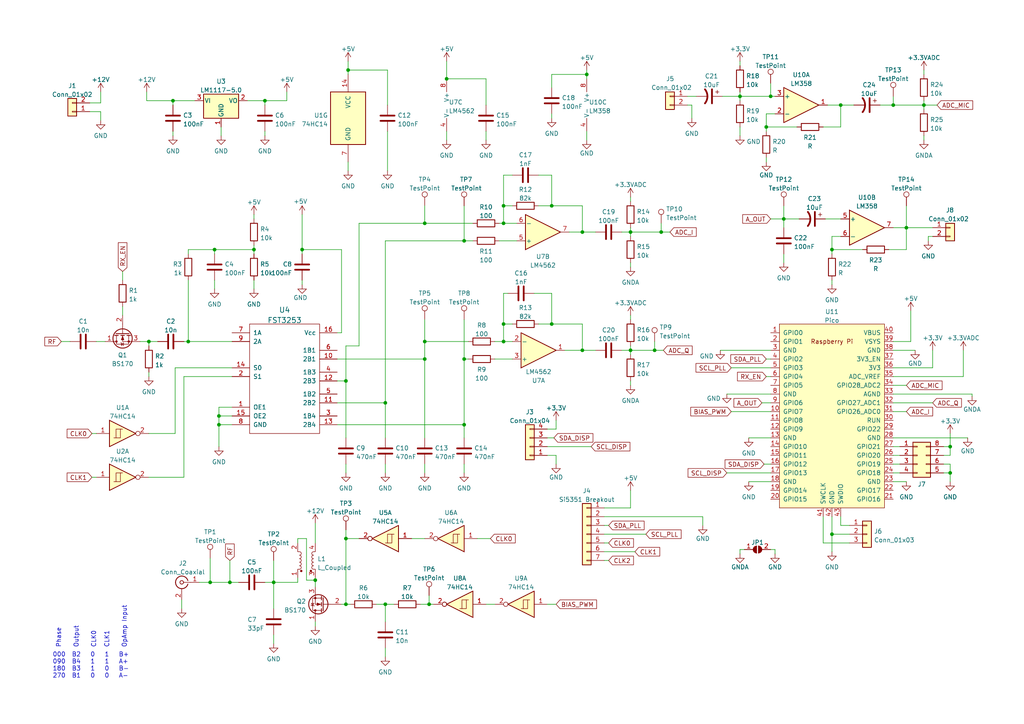
<source format=kicad_sch>
(kicad_sch (version 20211123) (generator eeschema)

  (uuid cfa9cd05-9603-46d5-b474-29a2d6124038)

  (paper "A4")

  

  (junction (at 275.59 137.16) (diameter 0) (color 0 0 0 0)
    (uuid 09158870-358e-4a5f-b503-b97a2711edc1)
  )
  (junction (at 275.59 129.54) (diameter 0) (color 0 0 0 0)
    (uuid 0c6ea299-0af0-4b2f-85a7-14a9628a6dc6)
  )
  (junction (at 62.23 72.39) (diameter 0) (color 0 0 0 0)
    (uuid 118788c2-d181-41ac-9cbd-c512dc3adb82)
  )
  (junction (at 60.96 168.91) (diameter 0) (color 0 0 0 0)
    (uuid 13085af3-7bd8-43b8-beef-92f1e8e982fc)
  )
  (junction (at 146.05 59.69) (diameter 0) (color 0 0 0 0)
    (uuid 13428218-0a65-44b6-b08d-cf0730c0cd0f)
  )
  (junction (at 241.3 154.94) (diameter 0) (color 0 0 0 0)
    (uuid 164e59c9-9e21-4d68-a075-3f90c174141b)
  )
  (junction (at 160.02 59.69) (diameter 0) (color 0 0 0 0)
    (uuid 1901717c-1f5f-43dd-9370-d13f3aecf5bf)
  )
  (junction (at 267.97 30.48) (diameter 0) (color 0 0 0 0)
    (uuid 1a425413-4e3e-47dd-9a8f-197ab21a34f3)
  )
  (junction (at 100.965 20.32) (diameter 0) (color 0 0 0 0)
    (uuid 1f9a252b-d0e3-40a1-af05-36b545ec1908)
  )
  (junction (at 191.77 67.31) (diameter 0) (color 0 0 0 0)
    (uuid 263fcb62-8271-4cf6-8235-47231e0fcee9)
  )
  (junction (at 222.25 36.83) (diameter 0) (color 0 0 0 0)
    (uuid 2a00cc16-ff7e-4612-b94d-bb5628c69ca6)
  )
  (junction (at 168.91 67.31) (diameter 0) (color 0 0 0 0)
    (uuid 2a497385-098e-431d-a873-fcdc53acdcb7)
  )
  (junction (at 134.62 123.19) (diameter 0) (color 0 0 0 0)
    (uuid 2ac8fadc-60b4-4ef8-b7a6-ce2781e43973)
  )
  (junction (at 87.63 72.39) (diameter 0) (color 0 0 0 0)
    (uuid 2bf6097c-a364-4879-86f9-95ddd6eba2c4)
  )
  (junction (at 146.05 64.77) (diameter 0) (color 0 0 0 0)
    (uuid 30542b3e-e00f-4a3b-a705-9428f2abc665)
  )
  (junction (at 123.19 99.06) (diameter 0) (color 0 0 0 0)
    (uuid 37aae2cf-b7f4-4041-98c0-702bfb857630)
  )
  (junction (at 63.5 123.19) (diameter 0) (color 0 0 0 0)
    (uuid 389cff47-8a4c-4249-9798-55d927218d8c)
  )
  (junction (at 168.91 101.6) (diameter 0) (color 0 0 0 0)
    (uuid 39b47703-34bb-4961-a661-db8b1c6aff0e)
  )
  (junction (at 66.675 168.91) (diameter 0) (color 0 0 0 0)
    (uuid 3a8ce603-f234-4947-83d1-a5d511a0dbc3)
  )
  (junction (at 111.76 116.84) (diameter 0) (color 0 0 0 0)
    (uuid 409327bb-c6e7-4669-9720-f0f427e24ef4)
  )
  (junction (at 100.33 110.49) (diameter 0) (color 0 0 0 0)
    (uuid 4cfd7f71-31de-4d3c-88df-90d4e490fecc)
  )
  (junction (at 63.5 120.65) (diameter 0) (color 0 0 0 0)
    (uuid 4ec42e36-9928-43bb-b9e4-a857fe7d18dc)
  )
  (junction (at 76.835 29.21) (diameter 0) (color 0 0 0 0)
    (uuid 56c260b7-4d73-4292-88c5-900ead39bef7)
  )
  (junction (at 123.19 104.14) (diameter 0) (color 0 0 0 0)
    (uuid 5c201862-909f-49c3-9325-fd14eb6c446c)
  )
  (junction (at 123.19 64.77) (diameter 0) (color 0 0 0 0)
    (uuid 65a44171-499e-4571-941d-c6d5b1bf7d5a)
  )
  (junction (at 100.33 175.26) (diameter 0) (color 0 0 0 0)
    (uuid 670db3e9-6800-411e-9ec6-dbcc7f09948d)
  )
  (junction (at 182.88 67.31) (diameter 0) (color 0 0 0 0)
    (uuid 678ecd2c-3e98-47a3-8372-99c3c5ceb4ae)
  )
  (junction (at 134.62 104.14) (diameter 0) (color 0 0 0 0)
    (uuid 67bf39c9-17f2-4d19-be2f-dc791d353bbe)
  )
  (junction (at 189.865 101.6) (diameter 0) (color 0 0 0 0)
    (uuid 6bcc74c3-3a15-4ad9-a4fd-8cd8673f626a)
  )
  (junction (at 54.61 99.06) (diameter 0) (color 0 0 0 0)
    (uuid 7855d124-27ac-4435-b2ed-b83e63f20315)
  )
  (junction (at 134.62 69.85) (diameter 0) (color 0 0 0 0)
    (uuid 7a64ab9e-0885-4114-a842-8298d4c2c841)
  )
  (junction (at 262.89 66.04) (diameter 0) (color 0 0 0 0)
    (uuid 7b3d6c36-fdf2-4a1b-a49f-12ea2b707d37)
  )
  (junction (at 227.33 63.5) (diameter 0) (color 0 0 0 0)
    (uuid 812c6207-9612-4c2e-9634-682e4c865c9a)
  )
  (junction (at 43.18 99.06) (diameter 0) (color 0 0 0 0)
    (uuid 887c00ae-f00c-43df-b157-8d5155c0602c)
  )
  (junction (at 223.52 27.94) (diameter 0) (color 0 0 0 0)
    (uuid 8a97eb42-2dba-4407-a7de-3843e0ac4751)
  )
  (junction (at 129.54 22.86) (diameter 0) (color 0 0 0 0)
    (uuid 9082e097-66ca-45fa-849b-975266ad2221)
  )
  (junction (at 100.33 156.21) (diameter 0) (color 0 0 0 0)
    (uuid 911ac92f-dc8f-473f-a819-6ec44a97da57)
  )
  (junction (at 259.08 30.48) (diameter 0) (color 0 0 0 0)
    (uuid 912ffd03-dc69-4763-b145-567882d2ddb6)
  )
  (junction (at 241.3 72.39) (diameter 0) (color 0 0 0 0)
    (uuid a4a37850-ef95-4439-8b65-c0c50d0d72df)
  )
  (junction (at 91.44 168.275) (diameter 0) (color 0 0 0 0)
    (uuid aef0e9cf-d6eb-48d5-9738-ba3a43b460c0)
  )
  (junction (at 214.63 27.94) (diameter 0) (color 0 0 0 0)
    (uuid af255be1-efc7-4fc1-92f5-1c36f1ce7842)
  )
  (junction (at 243.84 30.48) (diameter 0) (color 0 0 0 0)
    (uuid b4a54540-7c4b-4187-bb22-1dbcb05f60fa)
  )
  (junction (at 146.05 99.06) (diameter 0) (color 0 0 0 0)
    (uuid b817eaae-cb4e-4da1-8351-6bd31446a928)
  )
  (junction (at 170.18 21.59) (diameter 0) (color 0 0 0 0)
    (uuid b9459263-bd7b-449e-9e49-70e9937d6f20)
  )
  (junction (at 146.05 93.98) (diameter 0) (color 0 0 0 0)
    (uuid bbac73ef-b4f1-4a7f-97f2-f942f5c00496)
  )
  (junction (at 79.375 168.91) (diameter 0) (color 0 0 0 0)
    (uuid cb9fda80-d696-4d63-9a03-ac7e280fc27a)
  )
  (junction (at 182.88 101.6) (diameter 0) (color 0 0 0 0)
    (uuid cf496ca2-03e4-4340-a5bc-b3e150b90320)
  )
  (junction (at 73.66 72.39) (diameter 0) (color 0 0 0 0)
    (uuid da013340-3c24-403d-8836-9f9c162ccf4f)
  )
  (junction (at 124.46 175.26) (diameter 0) (color 0 0 0 0)
    (uuid ea05b4d5-8886-488a-b60b-64651f6dd582)
  )
  (junction (at 50.165 29.21) (diameter 0) (color 0 0 0 0)
    (uuid ef5f9ace-3b99-4abe-ad15-9c7f02655b0d)
  )
  (junction (at 160.02 93.98) (diameter 0) (color 0 0 0 0)
    (uuid f68ca172-40f3-4104-9be2-9cf1abf634eb)
  )
  (junction (at 111.76 175.26) (diameter 0) (color 0 0 0 0)
    (uuid f753612d-5bfd-44a5-996d-f299114abb27)
  )

  (wire (pts (xy 160.02 93.98) (xy 168.91 93.98))
    (stroke (width 0) (type default) (color 0 0 0 0))
    (uuid 030d3073-06c6-4697-8a0d-d89674643663)
  )
  (wire (pts (xy 259.08 111.76) (xy 262.89 111.76))
    (stroke (width 0) (type default) (color 0 0 0 0))
    (uuid 031e8a53-b150-47f0-a273-0fae3f703cb1)
  )
  (wire (pts (xy 170.18 21.59) (xy 170.18 22.86))
    (stroke (width 0) (type default) (color 0 0 0 0))
    (uuid 034d6760-2f2a-427b-8a3b-388d87aaa248)
  )
  (wire (pts (xy 182.88 110.49) (xy 182.88 111.76))
    (stroke (width 0) (type default) (color 0 0 0 0))
    (uuid 03b4b33c-50e4-464c-a171-dc20d1ba4d6d)
  )
  (wire (pts (xy 259.08 114.3) (xy 281.94 114.3))
    (stroke (width 0) (type default) (color 0 0 0 0))
    (uuid 03e9bef5-afc8-44c8-b882-267d1da98fa8)
  )
  (wire (pts (xy 189.865 99.06) (xy 189.865 101.6))
    (stroke (width 0) (type default) (color 0 0 0 0))
    (uuid 061afcba-1633-4069-91dd-43d63001e1e2)
  )
  (wire (pts (xy 100.965 20.32) (xy 100.965 21.59))
    (stroke (width 0) (type default) (color 0 0 0 0))
    (uuid 0785a29b-d758-42f8-85eb-1dea6067bbee)
  )
  (wire (pts (xy 63.5 123.19) (xy 67.31 123.19))
    (stroke (width 0) (type default) (color 0 0 0 0))
    (uuid 080a3865-8d49-4d4b-8300-65bfd1b135d7)
  )
  (wire (pts (xy 175.26 152.4) (xy 176.53 152.4))
    (stroke (width 0) (type default) (color 0 0 0 0))
    (uuid 081d5f3d-bc54-45a4-a4ea-ab138c3846ec)
  )
  (wire (pts (xy 168.91 67.31) (xy 172.72 67.31))
    (stroke (width 0) (type default) (color 0 0 0 0))
    (uuid 0920a59f-fa4e-42af-856f-660052e02eee)
  )
  (wire (pts (xy 123.19 104.14) (xy 123.19 127))
    (stroke (width 0) (type default) (color 0 0 0 0))
    (uuid 0be498c7-4ccb-442c-beaf-903eb8701bb6)
  )
  (wire (pts (xy 262.89 59.69) (xy 262.89 66.04))
    (stroke (width 0) (type default) (color 0 0 0 0))
    (uuid 0c208e67-3234-4916-adc8-b44edbf31aa7)
  )
  (wire (pts (xy 175.26 162.56) (xy 176.53 162.56))
    (stroke (width 0) (type default) (color 0 0 0 0))
    (uuid 0c8811b8-1d60-4160-84d8-6724c15fb851)
  )
  (wire (pts (xy 104.14 100.33) (xy 104.14 64.77))
    (stroke (width 0) (type default) (color 0 0 0 0))
    (uuid 0c90225f-edf0-4fce-abd3-1711b58321c4)
  )
  (wire (pts (xy 168.91 59.69) (xy 168.91 67.31))
    (stroke (width 0) (type default) (color 0 0 0 0))
    (uuid 0d090514-7f7e-4315-ba8c-a77cb257e8fa)
  )
  (wire (pts (xy 62.23 72.39) (xy 54.61 72.39))
    (stroke (width 0) (type default) (color 0 0 0 0))
    (uuid 0e496933-414b-421f-bc01-639ea1e13f67)
  )
  (wire (pts (xy 259.08 127) (xy 280.67 127))
    (stroke (width 0) (type default) (color 0 0 0 0))
    (uuid 10a1000d-120a-45c3-84f2-08bd9fd2d0c1)
  )
  (wire (pts (xy 243.84 36.83) (xy 243.84 30.48))
    (stroke (width 0) (type default) (color 0 0 0 0))
    (uuid 111de3b4-b4e0-4edf-810b-546f00273dcb)
  )
  (wire (pts (xy 143.51 99.06) (xy 146.05 99.06))
    (stroke (width 0) (type default) (color 0 0 0 0))
    (uuid 1315a29d-ba3f-4aad-ad43-c327a3983a80)
  )
  (wire (pts (xy 160.02 50.8) (xy 160.02 59.69))
    (stroke (width 0) (type default) (color 0 0 0 0))
    (uuid 1332def0-2afb-4804-8362-0cf130152449)
  )
  (wire (pts (xy 241.3 68.58) (xy 243.84 68.58))
    (stroke (width 0) (type default) (color 0 0 0 0))
    (uuid 1388d00f-7ea6-41c8-9488-b83abfb3c346)
  )
  (wire (pts (xy 243.84 149.86) (xy 243.84 152.4))
    (stroke (width 0) (type default) (color 0 0 0 0))
    (uuid 145fc826-2c23-439a-a082-7f9c727cadbe)
  )
  (wire (pts (xy 267.97 20.32) (xy 267.97 21.59))
    (stroke (width 0) (type default) (color 0 0 0 0))
    (uuid 14ae7189-5bac-4a1d-8a55-5036fcbe6284)
  )
  (wire (pts (xy 158.75 127) (xy 160.655 127))
    (stroke (width 0) (type default) (color 0 0 0 0))
    (uuid 152ae621-91d6-4ccb-9224-8d9a125f1b39)
  )
  (wire (pts (xy 87.63 81.28) (xy 87.63 82.55))
    (stroke (width 0) (type default) (color 0 0 0 0))
    (uuid 1564454a-82be-43c2-a2e9-e03e291a1c1d)
  )
  (wire (pts (xy 111.76 175.26) (xy 114.3 175.26))
    (stroke (width 0) (type default) (color 0 0 0 0))
    (uuid 198732bd-6351-468a-b085-e27e1ff28ceb)
  )
  (wire (pts (xy 269.24 68.58) (xy 270.51 68.58))
    (stroke (width 0) (type default) (color 0 0 0 0))
    (uuid 19eda56c-3fdf-426f-9e5d-00eac448b8f4)
  )
  (wire (pts (xy 26.67 138.43) (xy 27.94 138.43))
    (stroke (width 0) (type default) (color 0 0 0 0))
    (uuid 1a23bc91-02c7-4670-adfb-445ac4d3831a)
  )
  (wire (pts (xy 182.88 67.31) (xy 182.88 68.58))
    (stroke (width 0) (type default) (color 0 0 0 0))
    (uuid 1a860ecd-6133-4578-b98b-5078a51b899d)
  )
  (wire (pts (xy 129.54 17.78) (xy 129.54 22.86))
    (stroke (width 0) (type default) (color 0 0 0 0))
    (uuid 1aba2b23-cd71-4dbb-9ef1-2efa93d11392)
  )
  (wire (pts (xy 146.05 64.77) (xy 149.86 64.77))
    (stroke (width 0) (type default) (color 0 0 0 0))
    (uuid 1af82a59-023b-4f29-a924-2e8805e4948a)
  )
  (wire (pts (xy 91.44 168.275) (xy 91.44 170.18))
    (stroke (width 0) (type default) (color 0 0 0 0))
    (uuid 1b19fc82-5eba-4063-822f-6ad441a3ff7e)
  )
  (wire (pts (xy 43.18 99.06) (xy 45.72 99.06))
    (stroke (width 0) (type default) (color 0 0 0 0))
    (uuid 1bd587cf-e458-4600-be8f-44f16734b75b)
  )
  (wire (pts (xy 63.5 123.19) (xy 63.5 129.54))
    (stroke (width 0) (type default) (color 0 0 0 0))
    (uuid 1c6caab3-34fc-4c77-8b73-15f9258c301b)
  )
  (wire (pts (xy 76.835 38.1) (xy 76.835 39.37))
    (stroke (width 0) (type default) (color 0 0 0 0))
    (uuid 1d0e3a1b-2be7-4e15-a2ed-ccd34314efef)
  )
  (wire (pts (xy 158.75 132.08) (xy 161.29 132.08))
    (stroke (width 0) (type default) (color 0 0 0 0))
    (uuid 1df113eb-9e7e-41cd-b905-5c38b47ae42b)
  )
  (wire (pts (xy 208.915 101.6) (xy 223.52 101.6))
    (stroke (width 0) (type default) (color 0 0 0 0))
    (uuid 1f7d3387-5840-4d88-bd2c-825bdeae0270)
  )
  (wire (pts (xy 175.26 154.94) (xy 187.325 154.94))
    (stroke (width 0) (type default) (color 0 0 0 0))
    (uuid 1f817b63-9a8c-4654-80a1-e27eacdec1e7)
  )
  (wire (pts (xy 191.77 67.31) (xy 194.31 67.31))
    (stroke (width 0) (type default) (color 0 0 0 0))
    (uuid 2196e22c-6af2-4f8b-80cd-01a3001bee82)
  )
  (wire (pts (xy 100.33 110.49) (xy 100.33 127))
    (stroke (width 0) (type default) (color 0 0 0 0))
    (uuid 22b3a380-3fcd-4e63-8616-8b6155103a01)
  )
  (wire (pts (xy 137.16 69.85) (xy 134.62 69.85))
    (stroke (width 0) (type default) (color 0 0 0 0))
    (uuid 22c0f2e4-2a60-4f98-a0e8-0cad5fa85ce1)
  )
  (wire (pts (xy 212.09 119.38) (xy 223.52 119.38))
    (stroke (width 0) (type default) (color 0 0 0 0))
    (uuid 232d142e-3436-45d2-93af-f4b1747c9b20)
  )
  (wire (pts (xy 140.97 38.1) (xy 140.97 40.64))
    (stroke (width 0) (type default) (color 0 0 0 0))
    (uuid 23baacfe-15cd-4201-9618-c1c2030f5bdd)
  )
  (wire (pts (xy 227.33 66.04) (xy 227.33 63.5))
    (stroke (width 0) (type default) (color 0 0 0 0))
    (uuid 24118d5c-3154-4d1a-943d-404403269584)
  )
  (wire (pts (xy 214.63 36.83) (xy 214.63 39.37))
    (stroke (width 0) (type default) (color 0 0 0 0))
    (uuid 24532b75-da97-4577-989c-b5f21ce3b6eb)
  )
  (wire (pts (xy 238.76 157.48) (xy 246.38 157.48))
    (stroke (width 0) (type default) (color 0 0 0 0))
    (uuid 24d708dc-32c5-4a65-a03f-f9d61e0c4284)
  )
  (wire (pts (xy 99.06 72.39) (xy 87.63 72.39))
    (stroke (width 0) (type default) (color 0 0 0 0))
    (uuid 2658638a-631a-4603-b4bb-a07a7eead328)
  )
  (wire (pts (xy 143.51 104.14) (xy 148.59 104.14))
    (stroke (width 0) (type default) (color 0 0 0 0))
    (uuid 26aefdf7-a375-4ec6-8f9e-0d921b08475e)
  )
  (wire (pts (xy 210.82 137.16) (xy 223.52 137.16))
    (stroke (width 0) (type default) (color 0 0 0 0))
    (uuid 27a0f816-9c3e-434b-8e07-04f87ddcffe0)
  )
  (wire (pts (xy 91.44 167.64) (xy 91.44 168.275))
    (stroke (width 0) (type default) (color 0 0 0 0))
    (uuid 27afb6b1-a979-4106-8a0e-3093c33c91cd)
  )
  (wire (pts (xy 243.84 152.4) (xy 246.38 152.4))
    (stroke (width 0) (type default) (color 0 0 0 0))
    (uuid 298f4691-dc22-4673-b3e0-4403b3577d9d)
  )
  (wire (pts (xy 112.395 20.32) (xy 112.395 30.48))
    (stroke (width 0) (type default) (color 0 0 0 0))
    (uuid 2a4058f9-10d3-456f-abbe-c1e261822a2f)
  )
  (wire (pts (xy 175.26 149.86) (xy 203.835 149.86))
    (stroke (width 0) (type default) (color 0 0 0 0))
    (uuid 2a99848c-d5de-4d4a-bc86-d7f2f3fcb70d)
  )
  (wire (pts (xy 63.5 118.11) (xy 63.5 120.65))
    (stroke (width 0) (type default) (color 0 0 0 0))
    (uuid 2cc2e233-4306-48be-b0c4-6ddb248cc31e)
  )
  (wire (pts (xy 239.395 63.5) (xy 243.84 63.5))
    (stroke (width 0) (type default) (color 0 0 0 0))
    (uuid 2d356308-aeaf-4f93-b73d-3abce19b3946)
  )
  (wire (pts (xy 241.3 73.66) (xy 241.3 72.39))
    (stroke (width 0) (type default) (color 0 0 0 0))
    (uuid 2dccf0e2-3941-40bd-b5c7-5eb69532c043)
  )
  (wire (pts (xy 200.66 30.48) (xy 200.66 34.29))
    (stroke (width 0) (type default) (color 0 0 0 0))
    (uuid 2e075f01-bc79-4b6b-b861-f295984720ec)
  )
  (wire (pts (xy 262.89 66.04) (xy 270.51 66.04))
    (stroke (width 0) (type default) (color 0 0 0 0))
    (uuid 3147d321-eaae-4b1b-a937-493c272ee75d)
  )
  (wire (pts (xy 241.3 72.39) (xy 241.3 68.58))
    (stroke (width 0) (type default) (color 0 0 0 0))
    (uuid 329256cf-77d3-449d-8e34-032c8402af2d)
  )
  (wire (pts (xy 217.17 139.7) (xy 223.52 139.7))
    (stroke (width 0) (type default) (color 0 0 0 0))
    (uuid 337a09e8-6028-4f3e-bc98-4f8cab07cae7)
  )
  (wire (pts (xy 279.4 101.6) (xy 279.4 109.22))
    (stroke (width 0) (type default) (color 0 0 0 0))
    (uuid 35bf40a0-6437-4789-b1ff-1e9e2f150ec2)
  )
  (wire (pts (xy 170.18 21.59) (xy 160.02 21.59))
    (stroke (width 0) (type default) (color 0 0 0 0))
    (uuid 36059a97-5c8d-4c56-8b92-f3604f10c69e)
  )
  (wire (pts (xy 259.08 101.6) (xy 265.43 101.6))
    (stroke (width 0) (type default) (color 0 0 0 0))
    (uuid 361245b4-a7de-428c-9ef4-c39d6d14bc4b)
  )
  (wire (pts (xy 199.39 30.48) (xy 200.66 30.48))
    (stroke (width 0) (type default) (color 0 0 0 0))
    (uuid 365c81b2-4e46-4c3a-9ef6-48f32b2ac524)
  )
  (wire (pts (xy 182.88 66.04) (xy 182.88 67.31))
    (stroke (width 0) (type default) (color 0 0 0 0))
    (uuid 37265181-b1e1-4d9e-9c3f-8c88143927e0)
  )
  (wire (pts (xy 281.94 114.3) (xy 281.94 114.935))
    (stroke (width 0) (type default) (color 0 0 0 0))
    (uuid 3a275057-d252-496a-ad4a-7a16a8eb2b48)
  )
  (wire (pts (xy 257.81 72.39) (xy 262.89 72.39))
    (stroke (width 0) (type default) (color 0 0 0 0))
    (uuid 3acf52d6-5099-46c4-99b9-28e5f3ee620a)
  )
  (wire (pts (xy 100.33 175.26) (xy 100.33 156.21))
    (stroke (width 0) (type default) (color 0 0 0 0))
    (uuid 3b699dc5-e15d-4ea1-9daa-6ff243fd9249)
  )
  (wire (pts (xy 156.21 50.8) (xy 160.02 50.8))
    (stroke (width 0) (type default) (color 0 0 0 0))
    (uuid 3bb798dd-ebec-4b98-95a8-9f929e29e646)
  )
  (wire (pts (xy 87.63 62.23) (xy 87.63 72.39))
    (stroke (width 0) (type default) (color 0 0 0 0))
    (uuid 3bc6825c-d3da-4713-8b5c-b9003944cd69)
  )
  (wire (pts (xy 100.33 110.49) (xy 100.33 100.33))
    (stroke (width 0) (type default) (color 0 0 0 0))
    (uuid 3c10cfb1-7f13-4fa3-b032-35d9a324ab39)
  )
  (wire (pts (xy 111.76 175.26) (xy 111.76 180.34))
    (stroke (width 0) (type default) (color 0 0 0 0))
    (uuid 3c73e90e-5e55-4c04-809a-a9831737461c)
  )
  (wire (pts (xy 27.94 99.06) (xy 30.48 99.06))
    (stroke (width 0) (type default) (color 0 0 0 0))
    (uuid 3e3644b2-8b88-4f29-82ab-532b3b280a0e)
  )
  (wire (pts (xy 134.62 59.69) (xy 134.62 69.85))
    (stroke (width 0) (type default) (color 0 0 0 0))
    (uuid 3e719cfe-0485-4421-a326-0892954f24e1)
  )
  (wire (pts (xy 227.33 59.69) (xy 227.33 63.5))
    (stroke (width 0) (type default) (color 0 0 0 0))
    (uuid 3f54401f-6ccd-43e9-8f62-64d3df4493c7)
  )
  (wire (pts (xy 146.05 93.98) (xy 146.05 85.09))
    (stroke (width 0) (type default) (color 0 0 0 0))
    (uuid 3fc3f042-ca5b-40bb-92d5-3e9bc18897d6)
  )
  (wire (pts (xy 29.21 32.385) (xy 29.21 34.925))
    (stroke (width 0) (type default) (color 0 0 0 0))
    (uuid 3fd18252-69cd-4f8f-963e-e39063f42481)
  )
  (wire (pts (xy 275.59 129.54) (xy 275.59 132.08))
    (stroke (width 0) (type default) (color 0 0 0 0))
    (uuid 41ab57e8-e261-48cd-9c5d-cd7c15a2a828)
  )
  (wire (pts (xy 146.05 99.06) (xy 146.05 93.98))
    (stroke (width 0) (type default) (color 0 0 0 0))
    (uuid 42aa27a3-7176-448f-bab8-7e8da54316fb)
  )
  (wire (pts (xy 259.08 134.62) (xy 260.985 134.62))
    (stroke (width 0) (type default) (color 0 0 0 0))
    (uuid 45924b9d-88eb-48b4-a043-8724b2e7da58)
  )
  (wire (pts (xy 214.63 27.94) (xy 214.63 29.21))
    (stroke (width 0) (type default) (color 0 0 0 0))
    (uuid 471bc546-f77f-404d-a459-2865468640e1)
  )
  (wire (pts (xy 123.19 92.71) (xy 123.19 99.06))
    (stroke (width 0) (type default) (color 0 0 0 0))
    (uuid 480113c8-df1d-419c-b768-1c3e86642f6a)
  )
  (wire (pts (xy 123.19 64.77) (xy 137.16 64.77))
    (stroke (width 0) (type default) (color 0 0 0 0))
    (uuid 494e33d7-1484-45fd-b437-e235ffed881a)
  )
  (wire (pts (xy 62.23 72.39) (xy 62.23 73.66))
    (stroke (width 0) (type default) (color 0 0 0 0))
    (uuid 498ce1e8-3943-4853-9d8c-2d5f8b020b76)
  )
  (wire (pts (xy 264.16 90.17) (xy 264.16 99.06))
    (stroke (width 0) (type default) (color 0 0 0 0))
    (uuid 4b0eecbd-7f15-49e5-a013-fffb5e25b064)
  )
  (wire (pts (xy 63.5 120.65) (xy 67.31 120.65))
    (stroke (width 0) (type default) (color 0 0 0 0))
    (uuid 4be32149-8a08-44e3-a420-362a5fb9044f)
  )
  (wire (pts (xy 111.76 69.85) (xy 134.62 69.85))
    (stroke (width 0) (type default) (color 0 0 0 0))
    (uuid 4c7d33ae-960e-4391-9051-8f1d3b6ecfe5)
  )
  (wire (pts (xy 168.91 101.6) (xy 168.91 93.98))
    (stroke (width 0) (type default) (color 0 0 0 0))
    (uuid 4d671920-902d-4722-bfeb-1daebcab921d)
  )
  (wire (pts (xy 273.685 129.54) (xy 275.59 129.54))
    (stroke (width 0) (type default) (color 0 0 0 0))
    (uuid 4f18af9a-e7f9-44d0-801d-a107b60e62c4)
  )
  (wire (pts (xy 119.38 156.21) (xy 123.19 156.21))
    (stroke (width 0) (type default) (color 0 0 0 0))
    (uuid 507b9ba0-9d00-4724-a470-9c8a3aee35e8)
  )
  (wire (pts (xy 270.51 101.6) (xy 270.51 106.68))
    (stroke (width 0) (type default) (color 0 0 0 0))
    (uuid 534b587a-69a2-4166-a0e7-0b0d54d7a6ce)
  )
  (wire (pts (xy 267.97 39.37) (xy 267.97 40.64))
    (stroke (width 0) (type default) (color 0 0 0 0))
    (uuid 54419245-aec2-4246-987f-d6fa8fcff994)
  )
  (wire (pts (xy 222.25 109.22) (xy 223.52 109.22))
    (stroke (width 0) (type default) (color 0 0 0 0))
    (uuid 551cbfb0-1e1d-4004-a582-b99cb636b635)
  )
  (wire (pts (xy 241.3 154.94) (xy 241.3 160.02))
    (stroke (width 0) (type default) (color 0 0 0 0))
    (uuid 557e8daa-24c2-4e72-a663-70afe701b692)
  )
  (wire (pts (xy 158.75 175.26) (xy 161.29 175.26))
    (stroke (width 0) (type default) (color 0 0 0 0))
    (uuid 56023c5b-a884-4739-a4f1-f56bccc1b687)
  )
  (wire (pts (xy 160.02 21.59) (xy 160.02 25.4))
    (stroke (width 0) (type default) (color 0 0 0 0))
    (uuid 58086011-c9dd-4c6c-b721-a3c18d79ee7a)
  )
  (wire (pts (xy 269.24 69.85) (xy 269.24 68.58))
    (stroke (width 0) (type default) (color 0 0 0 0))
    (uuid 581f669a-ca98-42b6-bc63-33d325982f41)
  )
  (wire (pts (xy 124.46 175.26) (xy 125.73 175.26))
    (stroke (width 0) (type default) (color 0 0 0 0))
    (uuid 5a5a2fd3-2b09-4a04-be8e-aefb0bd5932c)
  )
  (wire (pts (xy 86.36 167.64) (xy 86.36 168.91))
    (stroke (width 0) (type default) (color 0 0 0 0))
    (uuid 5b2e9ca3-0a74-4703-bf31-5d413ab0538f)
  )
  (wire (pts (xy 88.9 168.275) (xy 88.9 156.21))
    (stroke (width 0) (type default) (color 0 0 0 0))
    (uuid 5b40cb15-ee96-486c-b531-842d2aa53199)
  )
  (wire (pts (xy 144.78 69.85) (xy 149.86 69.85))
    (stroke (width 0) (type default) (color 0 0 0 0))
    (uuid 5b88e83b-dc2c-4b8a-84d9-64f49cdc2190)
  )
  (wire (pts (xy 123.19 99.06) (xy 135.89 99.06))
    (stroke (width 0) (type default) (color 0 0 0 0))
    (uuid 5c6e7cbb-3b61-4da8-bccc-5641c7bbcf58)
  )
  (wire (pts (xy 138.43 156.21) (xy 142.24 156.21))
    (stroke (width 0) (type default) (color 0 0 0 0))
    (uuid 5dc036d4-f7d9-41f7-99a5-5624aeb207d7)
  )
  (wire (pts (xy 212.09 106.68) (xy 223.52 106.68))
    (stroke (width 0) (type default) (color 0 0 0 0))
    (uuid 5e52a5db-5e7a-4a68-b32e-c190fc989e7a)
  )
  (wire (pts (xy 175.26 160.02) (xy 184.15 160.02))
    (stroke (width 0) (type default) (color 0 0 0 0))
    (uuid 5ede96bd-4e2c-4319-a2f7-e1e8ffb0556c)
  )
  (wire (pts (xy 170.18 38.1) (xy 170.18 40.64))
    (stroke (width 0) (type default) (color 0 0 0 0))
    (uuid 5fa26e31-5010-4528-87c7-047a887ada1c)
  )
  (wire (pts (xy 161.29 121.92) (xy 161.29 124.46))
    (stroke (width 0) (type default) (color 0 0 0 0))
    (uuid 602f60be-4e0b-464c-a51e-723d94cbc3f2)
  )
  (wire (pts (xy 53.34 109.22) (xy 67.31 109.22))
    (stroke (width 0) (type default) (color 0 0 0 0))
    (uuid 6075b087-5cbf-4c6d-82bb-6e04e619fe4e)
  )
  (wire (pts (xy 91.44 151.765) (xy 91.44 157.48))
    (stroke (width 0) (type default) (color 0 0 0 0))
    (uuid 60a00c03-5a23-44e1-a481-a8c5e905cf52)
  )
  (wire (pts (xy 88.9 156.21) (xy 86.36 156.21))
    (stroke (width 0) (type default) (color 0 0 0 0))
    (uuid 60d376e8-ceab-40b8-9b75-630be4ad4c25)
  )
  (wire (pts (xy 275.59 137.16) (xy 273.685 137.16))
    (stroke (width 0) (type default) (color 0 0 0 0))
    (uuid 60d6724a-d828-4a28-a5fe-2163287a47ee)
  )
  (wire (pts (xy 100.33 100.33) (xy 104.14 100.33))
    (stroke (width 0) (type default) (color 0 0 0 0))
    (uuid 61b8aeb3-a6c2-4b71-a725-03f30d0717ca)
  )
  (wire (pts (xy 50.8 125.73) (xy 50.8 106.68))
    (stroke (width 0) (type default) (color 0 0 0 0))
    (uuid 62a3281d-5f63-4182-b7be-844c9941cff4)
  )
  (wire (pts (xy 134.62 123.19) (xy 134.62 127))
    (stroke (width 0) (type default) (color 0 0 0 0))
    (uuid 63386d13-b566-4456-ad2b-2ea886e46e6b)
  )
  (wire (pts (xy 52.705 173.99) (xy 52.705 176.53))
    (stroke (width 0) (type default) (color 0 0 0 0))
    (uuid 641054c4-eb18-4b48-b702-e8140e986622)
  )
  (wire (pts (xy 50.165 29.21) (xy 50.165 30.48))
    (stroke (width 0) (type default) (color 0 0 0 0))
    (uuid 66379e2d-0b51-4081-99b4-c340ee87d821)
  )
  (wire (pts (xy 97.79 96.52) (xy 99.06 96.52))
    (stroke (width 0) (type default) (color 0 0 0 0))
    (uuid 673c5da1-7e9c-477a-925d-2332d9226bd7)
  )
  (wire (pts (xy 182.88 142.24) (xy 182.88 147.32))
    (stroke (width 0) (type default) (color 0 0 0 0))
    (uuid 6771fcf3-c962-4b8e-8481-8ef42b3a078a)
  )
  (wire (pts (xy 217.17 127) (xy 223.52 127))
    (stroke (width 0) (type default) (color 0 0 0 0))
    (uuid 68b14be0-2f86-4551-999b-75697cc8aa27)
  )
  (wire (pts (xy 53.34 138.43) (xy 43.18 138.43))
    (stroke (width 0) (type default) (color 0 0 0 0))
    (uuid 69be128b-bcba-405b-a019-280e344ed222)
  )
  (wire (pts (xy 227.33 73.66) (xy 227.33 76.2))
    (stroke (width 0) (type default) (color 0 0 0 0))
    (uuid 6ab8a896-0ded-4e22-a6c6-41a433df98bb)
  )
  (wire (pts (xy 140.97 175.26) (xy 143.51 175.26))
    (stroke (width 0) (type default) (color 0 0 0 0))
    (uuid 6afa735e-e6b2-4795-8173-da1292be36d7)
  )
  (wire (pts (xy 86.36 168.91) (xy 79.375 168.91))
    (stroke (width 0) (type default) (color 0 0 0 0))
    (uuid 6b53fda5-d070-4a02-aad5-e9342e42f58f)
  )
  (wire (pts (xy 111.76 134.62) (xy 111.76 137.16))
    (stroke (width 0) (type default) (color 0 0 0 0))
    (uuid 6bea2805-04f9-4398-b42b-3d86704b2762)
  )
  (wire (pts (xy 54.61 81.28) (xy 54.61 99.06))
    (stroke (width 0) (type default) (color 0 0 0 0))
    (uuid 6bf87724-5152-4e74-b3bb-d4ecba1eb536)
  )
  (wire (pts (xy 66.675 168.91) (xy 69.215 168.91))
    (stroke (width 0) (type default) (color 0 0 0 0))
    (uuid 6c21e4db-18d0-48b4-a082-7d3b40300379)
  )
  (wire (pts (xy 259.08 27.94) (xy 259.08 30.48))
    (stroke (width 0) (type default) (color 0 0 0 0))
    (uuid 6cef4895-fb98-4532-aa9a-f334b140cb36)
  )
  (wire (pts (xy 71.755 29.21) (xy 76.835 29.21))
    (stroke (width 0) (type default) (color 0 0 0 0))
    (uuid 6d260756-031d-43b6-9c8b-41c36f839e01)
  )
  (wire (pts (xy 223.52 63.5) (xy 227.33 63.5))
    (stroke (width 0) (type default) (color 0 0 0 0))
    (uuid 6e0686f5-021c-4177-980c-a78a6dbd8e17)
  )
  (wire (pts (xy 111.76 187.96) (xy 111.76 190.5))
    (stroke (width 0) (type default) (color 0 0 0 0))
    (uuid 72cb77f0-b00f-4a09-979e-49d156b50ab0)
  )
  (wire (pts (xy 97.79 116.84) (xy 111.76 116.84))
    (stroke (width 0) (type default) (color 0 0 0 0))
    (uuid 72ee57b5-729b-4a3a-8448-363ab643f065)
  )
  (wire (pts (xy 238.76 149.86) (xy 238.76 157.48))
    (stroke (width 0) (type default) (color 0 0 0 0))
    (uuid 73c6d182-0661-4142-a034-c4f7de25a8f3)
  )
  (wire (pts (xy 259.08 129.54) (xy 260.985 129.54))
    (stroke (width 0) (type default) (color 0 0 0 0))
    (uuid 7430808d-5a7f-4336-bad6-702cbdc55d82)
  )
  (wire (pts (xy 182.88 101.6) (xy 189.865 101.6))
    (stroke (width 0) (type default) (color 0 0 0 0))
    (uuid 7453cafb-5ee6-4b99-84ff-da0b5508e70d)
  )
  (wire (pts (xy 86.36 156.21) (xy 86.36 157.48))
    (stroke (width 0) (type default) (color 0 0 0 0))
    (uuid 76a25e49-56a5-413a-a1aa-14e938805c5d)
  )
  (wire (pts (xy 50.165 29.21) (xy 56.515 29.21))
    (stroke (width 0) (type default) (color 0 0 0 0))
    (uuid 780c2ea4-5f4d-4b33-aa88-12cbc877845b)
  )
  (wire (pts (xy 222.25 38.1) (xy 222.25 36.83))
    (stroke (width 0) (type default) (color 0 0 0 0))
    (uuid 7814ba36-8511-44f2-9684-71bb36db84c1)
  )
  (wire (pts (xy 259.08 132.08) (xy 260.985 132.08))
    (stroke (width 0) (type default) (color 0 0 0 0))
    (uuid 7a9a9c02-6a85-44ee-878e-93015110cb71)
  )
  (wire (pts (xy 182.88 67.31) (xy 191.77 67.31))
    (stroke (width 0) (type default) (color 0 0 0 0))
    (uuid 7b581787-3059-44be-8c1b-ae838c154f65)
  )
  (wire (pts (xy 66.675 162.56) (xy 66.675 168.91))
    (stroke (width 0) (type default) (color 0 0 0 0))
    (uuid 7b98a2bf-ac8a-415f-b228-b3f4e4c3cc51)
  )
  (wire (pts (xy 262.89 72.39) (xy 262.89 66.04))
    (stroke (width 0) (type default) (color 0 0 0 0))
    (uuid 7c9a06f3-0176-402e-ac02-27f761108439)
  )
  (wire (pts (xy 134.62 134.62) (xy 134.62 137.16))
    (stroke (width 0) (type default) (color 0 0 0 0))
    (uuid 7de1515b-c591-443e-aa98-802597058555)
  )
  (wire (pts (xy 158.75 124.46) (xy 161.29 124.46))
    (stroke (width 0) (type default) (color 0 0 0 0))
    (uuid 805b47dd-7f8d-4c6c-950b-54737a79118e)
  )
  (wire (pts (xy 189.865 101.6) (xy 192.405 101.6))
    (stroke (width 0) (type default) (color 0 0 0 0))
    (uuid 80c7369d-6c1b-41bd-a7f0-37faa41d1f2c)
  )
  (wire (pts (xy 134.62 92.71) (xy 134.62 104.14))
    (stroke (width 0) (type default) (color 0 0 0 0))
    (uuid 81aa464d-2152-4362-8abd-1481d15bc809)
  )
  (wire (pts (xy 112.395 20.32) (xy 100.965 20.32))
    (stroke (width 0) (type default) (color 0 0 0 0))
    (uuid 8217cb70-9017-4920-8a6f-7b6c1b2d14c2)
  )
  (wire (pts (xy 210.82 114.3) (xy 223.52 114.3))
    (stroke (width 0) (type default) (color 0 0 0 0))
    (uuid 828011c7-f5c0-47a7-aea4-0fd74f2f2d63)
  )
  (wire (pts (xy 60.96 161.925) (xy 60.96 168.91))
    (stroke (width 0) (type default) (color 0 0 0 0))
    (uuid 8424a674-d6a8-4c0a-9ab1-c65184ba54cc)
  )
  (wire (pts (xy 146.05 59.69) (xy 146.05 50.8))
    (stroke (width 0) (type default) (color 0 0 0 0))
    (uuid 84fe7646-bb3d-45a9-ae96-164591bb4772)
  )
  (wire (pts (xy 50.8 106.68) (xy 67.31 106.68))
    (stroke (width 0) (type default) (color 0 0 0 0))
    (uuid 877fcef9-cca7-48b0-9efe-cbe8c3b8f647)
  )
  (wire (pts (xy 238.76 36.83) (xy 243.84 36.83))
    (stroke (width 0) (type default) (color 0 0 0 0))
    (uuid 8977446e-c252-4412-b48b-46c8cc4c6f10)
  )
  (wire (pts (xy 223.52 27.94) (xy 224.79 27.94))
    (stroke (width 0) (type default) (color 0 0 0 0))
    (uuid 8a2e71a9-c1bf-40c0-9415-bf00169308ae)
  )
  (wire (pts (xy 50.165 38.1) (xy 50.165 39.37))
    (stroke (width 0) (type default) (color 0 0 0 0))
    (uuid 8ae920cf-0ab4-4233-b7e9-fe2e167bdfb1)
  )
  (wire (pts (xy 243.84 30.48) (xy 240.03 30.48))
    (stroke (width 0) (type default) (color 0 0 0 0))
    (uuid 8b6cfccb-4ad3-464a-88f6-75b74dc8bf6d)
  )
  (wire (pts (xy 17.78 99.06) (xy 20.32 99.06))
    (stroke (width 0) (type default) (color 0 0 0 0))
    (uuid 8bb79127-90e3-4672-8b7f-38b4ca60faeb)
  )
  (wire (pts (xy 42.545 29.21) (xy 50.165 29.21))
    (stroke (width 0) (type default) (color 0 0 0 0))
    (uuid 8ca4dc3b-7333-4a80-8ec2-6f748e50076e)
  )
  (wire (pts (xy 182.88 100.33) (xy 182.88 101.6))
    (stroke (width 0) (type default) (color 0 0 0 0))
    (uuid 8cd7ca1c-cb8d-47c9-a06b-9bd8d4179fd3)
  )
  (wire (pts (xy 191.77 64.77) (xy 191.77 67.31))
    (stroke (width 0) (type default) (color 0 0 0 0))
    (uuid 8cf19575-a0a4-4ceb-bc71-630eb2853e19)
  )
  (wire (pts (xy 146.05 64.77) (xy 146.05 59.69))
    (stroke (width 0) (type default) (color 0 0 0 0))
    (uuid 8dc44ab4-ab38-4f63-88c7-77a157a44e7f)
  )
  (wire (pts (xy 134.62 104.14) (xy 135.89 104.14))
    (stroke (width 0) (type default) (color 0 0 0 0))
    (uuid 8dcca965-9308-4dbf-a031-0fe69404708d)
  )
  (wire (pts (xy 275.59 137.16) (xy 275.59 139.7))
    (stroke (width 0) (type default) (color 0 0 0 0))
    (uuid 8e28be02-9ba0-40c0-99e7-a03b90c2e462)
  )
  (wire (pts (xy 222.25 36.83) (xy 231.14 36.83))
    (stroke (width 0) (type default) (color 0 0 0 0))
    (uuid 8e31b054-6cfd-4eed-ac34-7665b1b6d98c)
  )
  (wire (pts (xy 182.88 91.44) (xy 182.88 92.71))
    (stroke (width 0) (type default) (color 0 0 0 0))
    (uuid 8f0e556e-6e65-41cc-b2c3-d10f1bc2faa8)
  )
  (wire (pts (xy 57.785 168.91) (xy 60.96 168.91))
    (stroke (width 0) (type default) (color 0 0 0 0))
    (uuid 8f1307dd-f394-4789-9724-5d4dac68dc44)
  )
  (wire (pts (xy 220.98 116.84) (xy 223.52 116.84))
    (stroke (width 0) (type default) (color 0 0 0 0))
    (uuid 8f74ecb0-2c4a-429c-9de9-ea394585d039)
  )
  (wire (pts (xy 29.21 26.67) (xy 29.21 29.845))
    (stroke (width 0) (type default) (color 0 0 0 0))
    (uuid 8fa270d7-98ba-46c4-8fc6-b23d7717eb50)
  )
  (wire (pts (xy 221.615 134.62) (xy 223.52 134.62))
    (stroke (width 0) (type default) (color 0 0 0 0))
    (uuid 9254169a-eab4-43d9-a7f8-ca22f5c9a231)
  )
  (wire (pts (xy 267.97 29.21) (xy 267.97 30.48))
    (stroke (width 0) (type default) (color 0 0 0 0))
    (uuid 936b1333-9e73-448c-8528-db055b8b7ab5)
  )
  (wire (pts (xy 144.78 64.77) (xy 146.05 64.77))
    (stroke (width 0) (type default) (color 0 0 0 0))
    (uuid 95b48fa4-4208-40da-8975-4b60ab1b4806)
  )
  (wire (pts (xy 100.33 153.67) (xy 100.33 156.21))
    (stroke (width 0) (type default) (color 0 0 0 0))
    (uuid 96a4ff40-b855-480c-8d5e-6a728cba500c)
  )
  (wire (pts (xy 227.33 63.5) (xy 231.775 63.5))
    (stroke (width 0) (type default) (color 0 0 0 0))
    (uuid 98f26c01-4f2d-4a30-bba6-e82d55b36c29)
  )
  (wire (pts (xy 222.25 33.02) (xy 224.79 33.02))
    (stroke (width 0) (type default) (color 0 0 0 0))
    (uuid 9a0dd28d-d61b-4bfb-8604-b67d9bd0246d)
  )
  (wire (pts (xy 259.08 139.7) (xy 262.89 139.7))
    (stroke (width 0) (type default) (color 0 0 0 0))
    (uuid 9a4af008-3894-4ba0-9fe0-e7f18a908a68)
  )
  (wire (pts (xy 160.02 59.69) (xy 168.91 59.69))
    (stroke (width 0) (type default) (color 0 0 0 0))
    (uuid 9a9d67dd-4cee-4430-9131-723a983d6fca)
  )
  (wire (pts (xy 158.75 129.54) (xy 171.45 129.54))
    (stroke (width 0) (type default) (color 0 0 0 0))
    (uuid 9be641fc-26fa-403d-a9ec-a2be4b21d810)
  )
  (wire (pts (xy 260.985 137.16) (xy 259.08 137.16))
    (stroke (width 0) (type default) (color 0 0 0 0))
    (uuid 9c3f8f68-dd36-4248-92c9-58d7ee8b3ce2)
  )
  (wire (pts (xy 140.97 22.86) (xy 140.97 30.48))
    (stroke (width 0) (type default) (color 0 0 0 0))
    (uuid 9dd7ee15-b733-498e-88cc-66d0c63df334)
  )
  (wire (pts (xy 124.46 172.72) (xy 124.46 175.26))
    (stroke (width 0) (type default) (color 0 0 0 0))
    (uuid 9f21ab2b-de41-489e-a1b0-f1de7b88ddc8)
  )
  (wire (pts (xy 259.08 99.06) (xy 264.16 99.06))
    (stroke (width 0) (type default) (color 0 0 0 0))
    (uuid 9f5d824e-f9ce-46f0-a41f-f671aaa7a083)
  )
  (wire (pts (xy 83.185 26.67) (xy 83.185 29.21))
    (stroke (width 0) (type default) (color 0 0 0 0))
    (uuid 9fcf4c6e-9bca-4536-aeb1-aed560f8bcbc)
  )
  (wire (pts (xy 275.59 125.73) (xy 275.59 129.54))
    (stroke (width 0) (type default) (color 0 0 0 0))
    (uuid 9fddd385-14c1-4dd1-ba08-65a9d1a548f9)
  )
  (wire (pts (xy 182.88 101.6) (xy 182.88 102.87))
    (stroke (width 0) (type default) (color 0 0 0 0))
    (uuid a02e3915-4b68-471b-9962-3491085575fc)
  )
  (wire (pts (xy 259.08 106.68) (xy 270.51 106.68))
    (stroke (width 0) (type default) (color 0 0 0 0))
    (uuid a07a435b-0a83-40a6-b774-3f9d2b378cf3)
  )
  (wire (pts (xy 123.19 134.62) (xy 123.19 137.16))
    (stroke (width 0) (type default) (color 0 0 0 0))
    (uuid a09aba18-c07c-44fb-9421-045de9d29328)
  )
  (wire (pts (xy 160.02 93.98) (xy 160.02 85.09))
    (stroke (width 0) (type default) (color 0 0 0 0))
    (uuid a0db5c8e-92cf-4631-a58e-df422f751547)
  )
  (wire (pts (xy 134.62 123.19) (xy 134.62 104.14))
    (stroke (width 0) (type default) (color 0 0 0 0))
    (uuid a1036415-a990-4864-8e13-a52135e389ec)
  )
  (wire (pts (xy 209.55 27.94) (xy 214.63 27.94))
    (stroke (width 0) (type default) (color 0 0 0 0))
    (uuid a31eee0e-4cbe-43a5-86df-15b5764f341f)
  )
  (wire (pts (xy 100.33 175.26) (xy 101.6 175.26))
    (stroke (width 0) (type default) (color 0 0 0 0))
    (uuid a38bd947-3319-45bb-b6ee-6c9510452b28)
  )
  (wire (pts (xy 168.91 101.6) (xy 172.72 101.6))
    (stroke (width 0) (type default) (color 0 0 0 0))
    (uuid a62661e9-53c9-40d6-96ed-f7b00ea7a8e2)
  )
  (wire (pts (xy 259.08 109.22) (xy 279.4 109.22))
    (stroke (width 0) (type default) (color 0 0 0 0))
    (uuid a72e0359-b91e-40b1-85a6-eaad9b7add96)
  )
  (wire (pts (xy 163.83 101.6) (xy 168.91 101.6))
    (stroke (width 0) (type default) (color 0 0 0 0))
    (uuid a771fa70-56f5-42e3-b216-a9bf693c3be2)
  )
  (wire (pts (xy 199.39 27.94) (xy 201.93 27.94))
    (stroke (width 0) (type default) (color 0 0 0 0))
    (uuid a920d400-bed2-4977-b7bb-773756a92a9b)
  )
  (wire (pts (xy 109.22 175.26) (xy 111.76 175.26))
    (stroke (width 0) (type default) (color 0 0 0 0))
    (uuid aa429439-67f3-42c9-b76a-f1e4bea6032d)
  )
  (wire (pts (xy 259.08 116.84) (xy 270.51 116.84))
    (stroke (width 0) (type default) (color 0 0 0 0))
    (uuid aa60480d-80ad-4732-a534-14dddf07012f)
  )
  (wire (pts (xy 35.56 88.9) (xy 35.56 91.44))
    (stroke (width 0) (type default) (color 0 0 0 0))
    (uuid ad2eaf0e-4497-4a81-946c-6b03206ef81a)
  )
  (wire (pts (xy 43.18 99.06) (xy 43.18 100.33))
    (stroke (width 0) (type default) (color 0 0 0 0))
    (uuid ad63ca6f-c67f-4902-9b03-1c35a176924a)
  )
  (wire (pts (xy 262.89 66.04) (xy 259.08 66.04))
    (stroke (width 0) (type default) (color 0 0 0 0))
    (uuid ad8acec5-5174-4c3b-8cf4-1e44de1a4d9b)
  )
  (wire (pts (xy 42.545 26.67) (xy 42.545 29.21))
    (stroke (width 0) (type default) (color 0 0 0 0))
    (uuid adf8d80a-1c40-49bc-8a13-a926a000991e)
  )
  (wire (pts (xy 43.18 125.73) (xy 50.8 125.73))
    (stroke (width 0) (type default) (color 0 0 0 0))
    (uuid ae3ae0a1-9b57-4402-bef8-b1974f0aab14)
  )
  (wire (pts (xy 104.14 64.77) (xy 123.19 64.77))
    (stroke (width 0) (type default) (color 0 0 0 0))
    (uuid af2d9073-9aac-437b-9997-0f4040054991)
  )
  (wire (pts (xy 76.835 29.21) (xy 83.185 29.21))
    (stroke (width 0) (type default) (color 0 0 0 0))
    (uuid af9b973c-d9e8-4baa-8fe5-0157ea11a23c)
  )
  (wire (pts (xy 60.96 168.91) (xy 66.675 168.91))
    (stroke (width 0) (type default) (color 0 0 0 0))
    (uuid b09c7b5f-7b1f-4fc4-8848-ddb0afe8b057)
  )
  (wire (pts (xy 87.63 72.39) (xy 87.63 73.66))
    (stroke (width 0) (type default) (color 0 0 0 0))
    (uuid b0d4d6d8-ef60-42a3-a504-cb507ebee49c)
  )
  (wire (pts (xy 267.97 30.48) (xy 267.97 31.75))
    (stroke (width 0) (type default) (color 0 0 0 0))
    (uuid b1af0de9-0d2c-46de-80ee-4d7905bc8ce3)
  )
  (wire (pts (xy 214.63 17.78) (xy 214.63 19.05))
    (stroke (width 0) (type default) (color 0 0 0 0))
    (uuid b283d32b-e498-4b2a-af28-b84e459a171f)
  )
  (wire (pts (xy 123.19 59.69) (xy 123.19 64.77))
    (stroke (width 0) (type default) (color 0 0 0 0))
    (uuid b387118a-b0f7-4b86-8c8c-860104ace91c)
  )
  (wire (pts (xy 35.56 78.74) (xy 35.56 81.28))
    (stroke (width 0) (type default) (color 0 0 0 0))
    (uuid b39b5fda-5eac-4b8a-a3bd-3bb5fb80e062)
  )
  (wire (pts (xy 222.25 104.14) (xy 223.52 104.14))
    (stroke (width 0) (type default) (color 0 0 0 0))
    (uuid b4f8b33b-36d6-48e6-8e89-7aaba321ae0f)
  )
  (wire (pts (xy 146.05 99.06) (xy 148.59 99.06))
    (stroke (width 0) (type default) (color 0 0 0 0))
    (uuid b578d3e1-e9ae-42cf-8bd3-c096a0ccf02d)
  )
  (wire (pts (xy 146.05 50.8) (xy 148.59 50.8))
    (stroke (width 0) (type default) (color 0 0 0 0))
    (uuid b5ea02b4-ad87-400c-aa8d-5fc5989d0328)
  )
  (wire (pts (xy 214.63 159.385) (xy 214.63 160.655))
    (stroke (width 0) (type default) (color 0 0 0 0))
    (uuid b667e7ab-a041-4e67-aebe-cabd98e1c93c)
  )
  (wire (pts (xy 73.66 71.12) (xy 73.66 72.39))
    (stroke (width 0) (type default) (color 0 0 0 0))
    (uuid b6b87e35-4264-4e43-aebc-8556694f1cf9)
  )
  (wire (pts (xy 241.3 154.94) (xy 246.38 154.94))
    (stroke (width 0) (type default) (color 0 0 0 0))
    (uuid b6e6f255-2815-46e7-b784-4148e7f43758)
  )
  (wire (pts (xy 53.34 109.22) (xy 53.34 138.43))
    (stroke (width 0) (type default) (color 0 0 0 0))
    (uuid b8ac2abc-6fbf-4875-8b6e-01082b8b4c64)
  )
  (wire (pts (xy 79.375 162.56) (xy 79.375 168.91))
    (stroke (width 0) (type default) (color 0 0 0 0))
    (uuid b936050e-9bd5-4a1b-9306-cca8338a06a2)
  )
  (wire (pts (xy 123.19 99.06) (xy 123.19 104.14))
    (stroke (width 0) (type default) (color 0 0 0 0))
    (uuid b9865b94-01b7-4d93-9f3c-dc62af642f36)
  )
  (wire (pts (xy 54.61 72.39) (xy 54.61 73.66))
    (stroke (width 0) (type default) (color 0 0 0 0))
    (uuid b9d2d087-2a20-44cd-b1c6-7d7c116a7cb0)
  )
  (wire (pts (xy 170.18 20.32) (xy 170.18 21.59))
    (stroke (width 0) (type default) (color 0 0 0 0))
    (uuid b9dc3c86-d45f-4a30-a35a-a81f11ec97e8)
  )
  (wire (pts (xy 175.26 147.32) (xy 182.88 147.32))
    (stroke (width 0) (type default) (color 0 0 0 0))
    (uuid bbbfd01c-a164-44df-8861-d516c90e8021)
  )
  (wire (pts (xy 160.02 33.02) (xy 160.02 34.29))
    (stroke (width 0) (type default) (color 0 0 0 0))
    (uuid bc3b034a-0ec2-4cc8-96dd-f6bfd64d5656)
  )
  (wire (pts (xy 100.965 46.99) (xy 100.965 49.53))
    (stroke (width 0) (type default) (color 0 0 0 0))
    (uuid beb1d2cc-6b06-4f76-9442-0c8a4102181a)
  )
  (wire (pts (xy 121.92 175.26) (xy 124.46 175.26))
    (stroke (width 0) (type default) (color 0 0 0 0))
    (uuid bed6ef7d-8b58-406e-a4b9-975e8170eab4)
  )
  (wire (pts (xy 53.34 99.06) (xy 54.61 99.06))
    (stroke (width 0) (type default) (color 0 0 0 0))
    (uuid bf2cd76c-0c0f-4a1d-ab66-7c0e07ba8b03)
  )
  (wire (pts (xy 255.27 30.48) (xy 259.08 30.48))
    (stroke (width 0) (type default) (color 0 0 0 0))
    (uuid c54436f0-4a63-4f26-993e-4500cb01d6ed)
  )
  (wire (pts (xy 222.25 36.83) (xy 222.25 33.02))
    (stroke (width 0) (type default) (color 0 0 0 0))
    (uuid c6ec25fb-9ce1-4bd3-bc32-802c508a66a3)
  )
  (wire (pts (xy 26.67 125.73) (xy 27.94 125.73))
    (stroke (width 0) (type default) (color 0 0 0 0))
    (uuid c767dffa-8b9a-433a-ba33-75a1e79d14f0)
  )
  (wire (pts (xy 273.685 132.08) (xy 275.59 132.08))
    (stroke (width 0) (type default) (color 0 0 0 0))
    (uuid c84068b7-25b3-4be5-ab46-c621c6ff2474)
  )
  (wire (pts (xy 73.66 62.23) (xy 73.66 63.5))
    (stroke (width 0) (type default) (color 0 0 0 0))
    (uuid c8cdfaaa-542c-4fae-8c5d-a979c3acc196)
  )
  (wire (pts (xy 203.835 149.86) (xy 203.835 152.4))
    (stroke (width 0) (type default) (color 0 0 0 0))
    (uuid ca9d566f-4014-4716-b746-2b20a836c432)
  )
  (wire (pts (xy 241.3 149.86) (xy 241.3 154.94))
    (stroke (width 0) (type default) (color 0 0 0 0))
    (uuid cbb05c55-7e57-4d3a-8352-aba409670b9a)
  )
  (wire (pts (xy 154.94 85.09) (xy 160.02 85.09))
    (stroke (width 0) (type default) (color 0 0 0 0))
    (uuid cbdd6348-0592-4fe2-b2b8-2b49965ce094)
  )
  (wire (pts (xy 26.035 29.845) (xy 29.21 29.845))
    (stroke (width 0) (type default) (color 0 0 0 0))
    (uuid cc890b3f-7a90-4f35-8dc3-ba1bb657ddae)
  )
  (wire (pts (xy 64.135 36.83) (xy 64.135 39.37))
    (stroke (width 0) (type default) (color 0 0 0 0))
    (uuid cd5a6d07-2ab3-43b8-bd86-bd827b9b26f9)
  )
  (wire (pts (xy 224.79 159.385) (xy 224.79 160.655))
    (stroke (width 0) (type default) (color 0 0 0 0))
    (uuid cd7485fb-be63-4026-992c-244e528e4ddf)
  )
  (wire (pts (xy 175.26 157.48) (xy 176.53 157.48))
    (stroke (width 0) (type default) (color 0 0 0 0))
    (uuid cd8780f4-449a-4e6f-afe5-58735192737d)
  )
  (wire (pts (xy 97.79 123.19) (xy 134.62 123.19))
    (stroke (width 0) (type default) (color 0 0 0 0))
    (uuid d04d3eb9-d41b-48ef-97a6-88856a3cd259)
  )
  (wire (pts (xy 112.395 38.1) (xy 112.395 49.53))
    (stroke (width 0) (type default) (color 0 0 0 0))
    (uuid d089ae4a-d09f-4412-9ed9-1de0abb6f544)
  )
  (wire (pts (xy 91.44 180.34) (xy 91.44 181.61))
    (stroke (width 0) (type default) (color 0 0 0 0))
    (uuid d2cb01ec-205f-41fd-83e3-ea4341a029e4)
  )
  (wire (pts (xy 146.05 85.09) (xy 147.32 85.09))
    (stroke (width 0) (type default) (color 0 0 0 0))
    (uuid d30ed75e-e52a-4cfc-b9aa-e0b6f7f37c2a)
  )
  (wire (pts (xy 182.88 76.2) (xy 182.88 77.47))
    (stroke (width 0) (type default) (color 0 0 0 0))
    (uuid d417379e-f35e-4f7e-8a36-8cd642ca6510)
  )
  (wire (pts (xy 168.91 67.31) (xy 165.1 67.31))
    (stroke (width 0) (type default) (color 0 0 0 0))
    (uuid d41840bb-7e40-44eb-b7ca-66160500e92f)
  )
  (wire (pts (xy 223.52 159.385) (xy 224.79 159.385))
    (stroke (width 0) (type default) (color 0 0 0 0))
    (uuid d468b114-b0e4-48a5-a491-717ba9acd0d3)
  )
  (wire (pts (xy 76.835 29.21) (xy 76.835 30.48))
    (stroke (width 0) (type default) (color 0 0 0 0))
    (uuid d5acc3fa-f445-4ac3-a6c7-d1347cd84a86)
  )
  (wire (pts (xy 129.54 38.1) (xy 129.54 40.64))
    (stroke (width 0) (type default) (color 0 0 0 0))
    (uuid d679460d-d9f8-4e27-a142-af2b2464b383)
  )
  (wire (pts (xy 223.52 24.13) (xy 223.52 27.94))
    (stroke (width 0) (type default) (color 0 0 0 0))
    (uuid d68f9799-e66e-49c3-812d-9b2dced1295d)
  )
  (wire (pts (xy 180.34 101.6) (xy 182.88 101.6))
    (stroke (width 0) (type default) (color 0 0 0 0))
    (uuid d82f2fa6-520a-46dc-962b-2ef2969792f8)
  )
  (wire (pts (xy 156.21 93.98) (xy 160.02 93.98))
    (stroke (width 0) (type default) (color 0 0 0 0))
    (uuid da50993d-bfcb-4994-bfbf-1ff698fc4ab6)
  )
  (wire (pts (xy 241.3 81.28) (xy 241.3 82.55))
    (stroke (width 0) (type default) (color 0 0 0 0))
    (uuid dccad827-bc47-4366-aacf-1b3e46a44b8b)
  )
  (wire (pts (xy 273.685 134.62) (xy 275.59 134.62))
    (stroke (width 0) (type default) (color 0 0 0 0))
    (uuid dcfc8233-3e0b-4ca4-80c5-2c52af1eb4a4)
  )
  (wire (pts (xy 40.64 99.06) (xy 43.18 99.06))
    (stroke (width 0) (type default) (color 0 0 0 0))
    (uuid ddbea954-e7ed-4e3e-9999-22232bb3eaa9)
  )
  (wire (pts (xy 54.61 99.06) (xy 67.31 99.06))
    (stroke (width 0) (type default) (color 0 0 0 0))
    (uuid deec1485-08ac-4ced-af14-03872a03694f)
  )
  (wire (pts (xy 215.9 159.385) (xy 214.63 159.385))
    (stroke (width 0) (type default) (color 0 0 0 0))
    (uuid df3423b3-ce8a-431f-85d8-d924e0d79600)
  )
  (wire (pts (xy 97.79 104.14) (xy 123.19 104.14))
    (stroke (width 0) (type default) (color 0 0 0 0))
    (uuid df71fc07-f200-4d3e-b487-5772beffccee)
  )
  (wire (pts (xy 222.25 45.72) (xy 222.25 46.99))
    (stroke (width 0) (type default) (color 0 0 0 0))
    (uuid dfab3fe9-82df-4b1a-9f05-0b12308f4355)
  )
  (wire (pts (xy 73.66 72.39) (xy 62.23 72.39))
    (stroke (width 0) (type default) (color 0 0 0 0))
    (uuid e03da8f4-d42f-4adb-a288-9c03efc16340)
  )
  (wire (pts (xy 73.66 81.28) (xy 73.66 83.82))
    (stroke (width 0) (type default) (color 0 0 0 0))
    (uuid e06b3ed2-2602-47bc-a483-9f0a186f0ad7)
  )
  (wire (pts (xy 100.33 156.21) (xy 104.14 156.21))
    (stroke (width 0) (type default) (color 0 0 0 0))
    (uuid e08325ae-d815-4d00-bd2a-eabf93106bf0)
  )
  (wire (pts (xy 156.21 59.69) (xy 160.02 59.69))
    (stroke (width 0) (type default) (color 0 0 0 0))
    (uuid e11d0ee5-07c0-43d8-8e2f-759a978454e8)
  )
  (wire (pts (xy 26.035 32.385) (xy 29.21 32.385))
    (stroke (width 0) (type default) (color 0 0 0 0))
    (uuid e1462b0b-d9ac-454a-a945-da59c2bbed7c)
  )
  (wire (pts (xy 241.3 72.39) (xy 250.19 72.39))
    (stroke (width 0) (type default) (color 0 0 0 0))
    (uuid e17839bc-6094-45f6-a0e0-80242d32ece0)
  )
  (wire (pts (xy 214.63 27.94) (xy 223.52 27.94))
    (stroke (width 0) (type default) (color 0 0 0 0))
    (uuid e36c0e66-a5f4-4b01-b76e-fa5498ee7bb0)
  )
  (wire (pts (xy 161.29 132.08) (xy 161.29 134.62))
    (stroke (width 0) (type default) (color 0 0 0 0))
    (uuid e483d77e-7447-4414-9d2c-b648faf9bdde)
  )
  (wire (pts (xy 129.54 22.86) (xy 140.97 22.86))
    (stroke (width 0) (type default) (color 0 0 0 0))
    (uuid e643c070-3e3e-4bee-9728-3cecc3636680)
  )
  (wire (pts (xy 243.84 30.48) (xy 247.65 30.48))
    (stroke (width 0) (type default) (color 0 0 0 0))
    (uuid e6c94700-c53d-4d31-9b0d-29c44e1ca973)
  )
  (wire (pts (xy 79.375 168.91) (xy 79.375 176.53))
    (stroke (width 0) (type default) (color 0 0 0 0))
    (uuid e8b74442-e920-4d9f-9768-3b75ee9d6b76)
  )
  (wire (pts (xy 99.06 96.52) (xy 99.06 72.39))
    (stroke (width 0) (type default) (color 0 0 0 0))
    (uuid e94e603b-e0d6-4dc4-b275-4f9944718b25)
  )
  (wire (pts (xy 214.63 26.67) (xy 214.63 27.94))
    (stroke (width 0) (type default) (color 0 0 0 0))
    (uuid ebb8b9dd-824c-4fe1-aa94-38d8e4a95644)
  )
  (wire (pts (xy 91.44 168.275) (xy 88.9 168.275))
    (stroke (width 0) (type default) (color 0 0 0 0))
    (uuid ebe9839d-ef5b-4888-adc1-d94908ba05a6)
  )
  (wire (pts (xy 111.76 116.84) (xy 111.76 127))
    (stroke (width 0) (type default) (color 0 0 0 0))
    (uuid ec2b3f60-cd68-441e-8c43-f28b894c3335)
  )
  (wire (pts (xy 146.05 93.98) (xy 148.59 93.98))
    (stroke (width 0) (type default) (color 0 0 0 0))
    (uuid edec5aad-e723-4c98-bd33-a6801a0d3666)
  )
  (wire (pts (xy 259.08 119.38) (xy 262.89 119.38))
    (stroke (width 0) (type default) (color 0 0 0 0))
    (uuid ee0c55ab-9aee-4ba7-be09-d19ef8a40cee)
  )
  (wire (pts (xy 97.79 110.49) (xy 100.33 110.49))
    (stroke (width 0) (type default) (color 0 0 0 0))
    (uuid ee5531d0-a555-4484-925f-bdab4585f052)
  )
  (wire (pts (xy 111.76 69.85) (xy 111.76 116.84))
    (stroke (width 0) (type default) (color 0 0 0 0))
    (uuid ef1e00f0-bd15-4782-8b6f-3ea9e97b8349)
  )
  (wire (pts (xy 180.34 67.31) (xy 182.88 67.31))
    (stroke (width 0) (type default) (color 0 0 0 0))
    (uuid ef7f0051-3ed0-4b71-9954-7299d4310337)
  )
  (wire (pts (xy 182.88 57.15) (xy 182.88 58.42))
    (stroke (width 0) (type default) (color 0 0 0 0))
    (uuid f11baa35-9b1f-4ff1-8bfe-b92eca8fead8)
  )
  (wire (pts (xy 100.33 134.62) (xy 100.33 137.16))
    (stroke (width 0) (type default) (color 0 0 0 0))
    (uuid f381be80-9349-462c-949f-08e07e327ec3)
  )
  (wire (pts (xy 99.06 175.26) (xy 100.33 175.26))
    (stroke (width 0) (type default) (color 0 0 0 0))
    (uuid f3b3f549-28e2-4ce9-a1a5-2eb0cbacfd9b)
  )
  (wire (pts (xy 73.66 72.39) (xy 73.66 73.66))
    (stroke (width 0) (type default) (color 0 0 0 0))
    (uuid f49617e9-2708-4ef6-a89c-612053098c98)
  )
  (wire (pts (xy 100.965 17.78) (xy 100.965 20.32))
    (stroke (width 0) (type default) (color 0 0 0 0))
    (uuid f544420f-61f6-4dce-bfcf-f3ea5ebec24b)
  )
  (wire (pts (xy 62.23 81.28) (xy 62.23 83.82))
    (stroke (width 0) (type default) (color 0 0 0 0))
    (uuid f560cc88-dd2f-4a57-b390-9da357c8a975)
  )
  (wire (pts (xy 275.59 134.62) (xy 275.59 137.16))
    (stroke (width 0) (type default) (color 0 0 0 0))
    (uuid f852305e-8ba5-4650-93cf-6bf321c7ca39)
  )
  (wire (pts (xy 63.5 120.65) (xy 63.5 123.19))
    (stroke (width 0) (type default) (color 0 0 0 0))
    (uuid f9d63fb5-6318-420e-8770-f592e1ad0e1c)
  )
  (wire (pts (xy 79.375 184.15) (xy 79.375 186.69))
    (stroke (width 0) (type default) (color 0 0 0 0))
    (uuid fab02636-aeb9-41bc-bee4-2fa88afe2043)
  )
  (wire (pts (xy 67.31 118.11) (xy 63.5 118.11))
    (stroke (width 0) (type default) (color 0 0 0 0))
    (uuid fb6e5949-7e36-468d-a097-1b6ae5e990e8)
  )
  (wire (pts (xy 267.97 30.48) (xy 271.78 30.48))
    (stroke (width 0) (type default) (color 0 0 0 0))
    (uuid fd72a4a2-41bc-44b1-a730-eebc7cdc01ee)
  )
  (wire (pts (xy 259.08 30.48) (xy 267.97 30.48))
    (stroke (width 0) (type default) (color 0 0 0 0))
    (uuid fe44300f-1b1b-4ac2-93dd-4b09865bdc9a)
  )
  (wire (pts (xy 76.835 168.91) (xy 79.375 168.91))
    (stroke (width 0) (type default) (color 0 0 0 0))
    (uuid fe831824-f460-4271-be46-3546df008a94)
  )
  (wire (pts (xy 43.18 107.95) (xy 43.18 109.22))
    (stroke (width 0) (type default) (color 0 0 0 0))
    (uuid ff3ba531-3bbf-4f59-83bd-ae479492cbf3)
  )
  (wire (pts (xy 146.05 59.69) (xy 148.59 59.69))
    (stroke (width 0) (type default) (color 0 0 0 0))
    (uuid ff71448b-a8f8-492a-a098-1e58f3f372c4)
  )

  (text "CLK1" (at 31.75 187.96 90)
    (effects (font (size 1.27 1.27)) (justify left bottom))
    (uuid 274e13df-1436-4863-aaf0-1f79213caea0)
  )
  (text "CLK0" (at 27.94 187.96 90)
    (effects (font (size 1.27 1.27)) (justify left bottom))
    (uuid 4773f64d-7971-4143-8572-2a7541ea9e6b)
  )
  (text "Phase" (at 17.78 187.96 90)
    (effects (font (size 1.27 1.27)) (justify left bottom))
    (uuid 488dce12-29f2-4eef-9963-f41f78b61e0c)
  )
  (text "000  B2   0   1   B+\n090  B4   1   1   A+\n180  B3   1   0   B-\n270  B1   0   0   A-"
    (at 15.24 196.85 0)
    (effects (font (size 1.27 1.27)) (justify left bottom))
    (uuid 80427fc7-e30c-4163-8142-2d0a00a490f8)
  )
  (text "Output" (at 22.86 187.96 90)
    (effects (font (size 1.27 1.27)) (justify left bottom))
    (uuid a397dfb7-e665-4199-99ac-5f52cde98c3c)
  )
  (text "OpAmp Input" (at 36.83 187.96 90)
    (effects (font (size 1.27 1.27)) (justify left bottom))
    (uuid afa0ab2e-e52e-48ff-a381-3798d680656d)
  )

  (global_label "A_OUT" (shape input) (at 220.98 116.84 180) (fields_autoplaced)
    (effects (font (size 1.27 1.27)) (justify right))
    (uuid 0a023945-f3e3-4581-a0a3-822428b392ff)
    (property "Intersheet References" "${INTERSHEET_REFS}" (id 0) (at 212.8821 116.7606 0)
      (effects (font (size 1.27 1.27)) (justify right) hide)
    )
  )
  (global_label "CLK0" (shape input) (at 142.24 156.21 0) (fields_autoplaced)
    (effects (font (size 1.27 1.27)) (justify left))
    (uuid 24380ba7-b753-466a-a870-2a7d4b3ee019)
    (property "Intersheet References" "${INTERSHEET_REFS}" (id 0) (at 149.4307 156.1306 0)
      (effects (font (size 1.27 1.27)) (justify left) hide)
    )
  )
  (global_label "CLK1" (shape input) (at 184.15 160.02 0) (fields_autoplaced)
    (effects (font (size 1.27 1.27)) (justify left))
    (uuid 25612abf-729a-446f-ab68-360d0b6d6f4b)
    (property "Intersheet References" "${INTERSHEET_REFS}" (id 0) (at 191.3407 159.9406 0)
      (effects (font (size 1.27 1.27)) (justify left) hide)
    )
  )
  (global_label "ADC_MIC" (shape input) (at 262.89 111.76 0) (fields_autoplaced)
    (effects (font (size 1.27 1.27)) (justify left))
    (uuid 2703933e-c491-4ee1-8824-43a8c8aa543b)
    (property "Intersheet References" "${INTERSHEET_REFS}" (id 0) (at 273.2255 111.6806 0)
      (effects (font (size 1.27 1.27)) (justify left) hide)
    )
  )
  (global_label "RF" (shape input) (at 66.675 162.56 90) (fields_autoplaced)
    (effects (font (size 1.27 1.27)) (justify left))
    (uuid 43b95cf1-ab63-4721-a28b-5f25fd5f03e9)
    (property "Intersheet References" "${INTERSHEET_REFS}" (id 0) (at 66.5956 157.7883 90)
      (effects (font (size 1.27 1.27)) (justify left) hide)
    )
  )
  (global_label "RF" (shape input) (at 17.78 99.06 180) (fields_autoplaced)
    (effects (font (size 1.27 1.27)) (justify right))
    (uuid 4fceadc9-2489-4da5-93eb-72194c7eebd5)
    (property "Intersheet References" "${INTERSHEET_REFS}" (id 0) (at 13.0083 98.9806 0)
      (effects (font (size 1.27 1.27)) (justify right) hide)
    )
  )
  (global_label "SDA_DISP" (shape input) (at 160.655 127 0) (fields_autoplaced)
    (effects (font (size 1.27 1.27)) (justify left))
    (uuid 5184f47d-f6ef-4798-9baa-1ff165e06347)
    (property "Intersheet References" "${INTERSHEET_REFS}" (id 0) (at 171.9581 127.0794 0)
      (effects (font (size 1.27 1.27)) (justify left) hide)
    )
  )
  (global_label "ADC_I" (shape input) (at 262.89 119.38 0) (fields_autoplaced)
    (effects (font (size 1.27 1.27)) (justify left))
    (uuid 55b66621-1799-4b23-bf05-a0b7595b0c42)
    (property "Intersheet References" "${INTERSHEET_REFS}" (id 0) (at 270.5041 119.3006 0)
      (effects (font (size 1.27 1.27)) (justify left) hide)
    )
  )
  (global_label "SCL_DISP" (shape input) (at 171.45 129.54 0) (fields_autoplaced)
    (effects (font (size 1.27 1.27)) (justify left))
    (uuid 6815e2c5-0f0c-4028-b867-3fa7762adaa6)
    (property "Intersheet References" "${INTERSHEET_REFS}" (id 0) (at 182.6926 129.6194 0)
      (effects (font (size 1.27 1.27)) (justify left) hide)
    )
  )
  (global_label "ADC_MIC" (shape input) (at 271.78 30.48 0) (fields_autoplaced)
    (effects (font (size 1.27 1.27)) (justify left))
    (uuid 770da9fe-e0d0-4771-819e-ded371a4ea8f)
    (property "Intersheet References" "${INTERSHEET_REFS}" (id 0) (at 282.1155 30.4006 0)
      (effects (font (size 1.27 1.27)) (justify left) hide)
    )
  )
  (global_label "SDA_DISP" (shape input) (at 221.615 134.62 180) (fields_autoplaced)
    (effects (font (size 1.27 1.27)) (justify right))
    (uuid 88c4a55d-4ba2-41d4-b20c-3e448221c972)
    (property "Intersheet References" "${INTERSHEET_REFS}" (id 0) (at 210.3119 134.5406 0)
      (effects (font (size 1.27 1.27)) (justify right) hide)
    )
  )
  (global_label "CLK1" (shape input) (at 26.67 138.43 180) (fields_autoplaced)
    (effects (font (size 1.27 1.27)) (justify right))
    (uuid 956dab42-2cd3-46b3-a274-08d8c5964303)
    (property "Intersheet References" "${INTERSHEET_REFS}" (id 0) (at 19.4793 138.3506 0)
      (effects (font (size 1.27 1.27)) (justify right) hide)
    )
  )
  (global_label "CLK0" (shape input) (at 26.67 125.73 180) (fields_autoplaced)
    (effects (font (size 1.27 1.27)) (justify right))
    (uuid a673949b-7316-4c0e-b2e6-188b45d040e2)
    (property "Intersheet References" "${INTERSHEET_REFS}" (id 0) (at 19.4793 125.6506 0)
      (effects (font (size 1.27 1.27)) (justify right) hide)
    )
  )
  (global_label "ADC_Q" (shape input) (at 192.405 101.6 0) (fields_autoplaced)
    (effects (font (size 1.27 1.27)) (justify left))
    (uuid ab3d03df-ea4d-48f6-b3cf-1088f64173bd)
    (property "Intersheet References" "${INTERSHEET_REFS}" (id 0) (at 200.7448 101.5206 0)
      (effects (font (size 1.27 1.27)) (justify left) hide)
    )
  )
  (global_label "BIAS_PWM" (shape input) (at 212.09 119.38 180) (fields_autoplaced)
    (effects (font (size 1.27 1.27)) (justify right))
    (uuid ae66b55c-268f-4df1-a77a-dd26cf34a674)
    (property "Intersheet References" "${INTERSHEET_REFS}" (id 0) (at 200.3636 119.4594 0)
      (effects (font (size 1.27 1.27)) (justify right) hide)
    )
  )
  (global_label "SCL_PLL" (shape input) (at 187.325 154.94 0) (fields_autoplaced)
    (effects (font (size 1.27 1.27)) (justify left))
    (uuid b062f990-ff04-47b7-a111-4097aa63b9e5)
    (property "Intersheet References" "${INTERSHEET_REFS}" (id 0) (at 197.5395 154.8606 0)
      (effects (font (size 1.27 1.27)) (justify left) hide)
    )
  )
  (global_label "RX_EN" (shape input) (at 35.56 78.74 90) (fields_autoplaced)
    (effects (font (size 1.27 1.27)) (justify left))
    (uuid b116d01c-a9b9-4df6-bf15-380444ad81f5)
    (property "Intersheet References" "${INTERSHEET_REFS}" (id 0) (at 35.4806 70.4002 90)
      (effects (font (size 1.27 1.27)) (justify left) hide)
    )
  )
  (global_label "SDA_PLL" (shape input) (at 222.25 104.14 180) (fields_autoplaced)
    (effects (font (size 1.27 1.27)) (justify right))
    (uuid b133e993-ad01-4571-96b2-670f09bf12f8)
    (property "Intersheet References" "${INTERSHEET_REFS}" (id 0) (at 211.975 104.0606 0)
      (effects (font (size 1.27 1.27)) (justify right) hide)
    )
  )
  (global_label "CLK0" (shape input) (at 176.53 157.48 0) (fields_autoplaced)
    (effects (font (size 1.27 1.27)) (justify left))
    (uuid b6a537ed-10f5-4dbd-8c22-82f7309fd248)
    (property "Intersheet References" "${INTERSHEET_REFS}" (id 0) (at 183.7207 157.4006 0)
      (effects (font (size 1.27 1.27)) (justify left) hide)
    )
  )
  (global_label "RX_EN" (shape input) (at 222.25 109.22 180) (fields_autoplaced)
    (effects (font (size 1.27 1.27)) (justify right))
    (uuid bff0e7a1-eb90-418b-beb2-89ccb3b0b7e6)
    (property "Intersheet References" "${INTERSHEET_REFS}" (id 0) (at 213.9102 109.2994 0)
      (effects (font (size 1.27 1.27)) (justify right) hide)
    )
  )
  (global_label "ADC_Q" (shape input) (at 270.51 116.84 0) (fields_autoplaced)
    (effects (font (size 1.27 1.27)) (justify left))
    (uuid c5d567de-fb8a-4290-a361-a3e657a13076)
    (property "Intersheet References" "${INTERSHEET_REFS}" (id 0) (at 278.8498 116.7606 0)
      (effects (font (size 1.27 1.27)) (justify left) hide)
    )
  )
  (global_label "BIAS_PWM" (shape input) (at 161.29 175.26 0) (fields_autoplaced)
    (effects (font (size 1.27 1.27)) (justify left))
    (uuid c74ca9cc-b9f5-437c-b587-4d8caa1c689a)
    (property "Intersheet References" "${INTERSHEET_REFS}" (id 0) (at 173.0164 175.1806 0)
      (effects (font (size 1.27 1.27)) (justify left) hide)
    )
  )
  (global_label "CLK2" (shape input) (at 176.53 162.56 0) (fields_autoplaced)
    (effects (font (size 1.27 1.27)) (justify left))
    (uuid e28cb9d5-bea3-43de-b34c-3f4c6437c3e3)
    (property "Intersheet References" "${INTERSHEET_REFS}" (id 0) (at 183.7207 162.4806 0)
      (effects (font (size 1.27 1.27)) (justify left) hide)
    )
  )
  (global_label "ADC_I" (shape input) (at 194.31 67.31 0) (fields_autoplaced)
    (effects (font (size 1.27 1.27)) (justify left))
    (uuid e661712e-38d9-4da8-ba0c-fff8fe1a67ff)
    (property "Intersheet References" "${INTERSHEET_REFS}" (id 0) (at 201.9241 67.2306 0)
      (effects (font (size 1.27 1.27)) (justify left) hide)
    )
  )
  (global_label "SCL_DISP" (shape input) (at 210.82 137.16 180) (fields_autoplaced)
    (effects (font (size 1.27 1.27)) (justify right))
    (uuid f85d8bf1-68e9-4deb-b95f-af59567a0d03)
    (property "Intersheet References" "${INTERSHEET_REFS}" (id 0) (at 199.5774 137.0806 0)
      (effects (font (size 1.27 1.27)) (justify right) hide)
    )
  )
  (global_label "A_OUT" (shape input) (at 223.52 63.5 180) (fields_autoplaced)
    (effects (font (size 1.27 1.27)) (justify right))
    (uuid f8f11b31-e6ad-40de-9a50-d52ca7e24789)
    (property "Intersheet References" "${INTERSHEET_REFS}" (id 0) (at 215.4221 63.4206 0)
      (effects (font (size 1.27 1.27)) (justify right) hide)
    )
  )
  (global_label "SDA_PLL" (shape input) (at 176.53 152.4 0) (fields_autoplaced)
    (effects (font (size 1.27 1.27)) (justify left))
    (uuid fcd9e7c8-bd16-4c08-a8f5-203bfa43c6e2)
    (property "Intersheet References" "${INTERSHEET_REFS}" (id 0) (at 186.805 152.3206 0)
      (effects (font (size 1.27 1.27)) (justify left) hide)
    )
  )
  (global_label "SCL_PLL" (shape input) (at 212.09 106.68 180) (fields_autoplaced)
    (effects (font (size 1.27 1.27)) (justify right))
    (uuid fdb2a643-431e-43b2-a17b-6f4e05039dab)
    (property "Intersheet References" "${INTERSHEET_REFS}" (id 0) (at 201.8755 106.6006 0)
      (effects (font (size 1.27 1.27)) (justify right) hide)
    )
  )

  (symbol (lib_id "power:+5V") (at 170.18 20.32 0) (unit 1)
    (in_bom yes) (on_board yes) (fields_autoplaced)
    (uuid 006c6620-7da1-4b33-9d65-4c44dcf02cbf)
    (property "Reference" "#PWR033" (id 0) (at 170.18 24.13 0)
      (effects (font (size 1.27 1.27)) hide)
    )
    (property "Value" "+5V" (id 1) (at 170.18 16.7442 0))
    (property "Footprint" "" (id 2) (at 170.18 20.32 0)
      (effects (font (size 1.27 1.27)) hide)
    )
    (property "Datasheet" "" (id 3) (at 170.18 20.32 0)
      (effects (font (size 1.27 1.27)) hide)
    )
    (pin "1" (uuid 4098c8be-d1b8-4ea0-bd24-88b3b1c9e465))
  )

  (symbol (lib_id "Connector:TestPoint") (at 191.77 64.77 0) (unit 1)
    (in_bom yes) (on_board yes) (fields_autoplaced)
    (uuid 027b58d6-ef15-4661-a26f-869219e5c685)
    (property "Reference" "TP10" (id 0) (at 193.167 60.6333 0)
      (effects (font (size 1.27 1.27)) (justify left))
    )
    (property "Value" "TestPoint" (id 1) (at 193.167 63.1702 0)
      (effects (font (size 1.27 1.27)) (justify left))
    )
    (property "Footprint" "TestPoint:TestPoint_THTPad_D1.5mm_Drill0.7mm" (id 2) (at 196.85 64.77 0)
      (effects (font (size 1.27 1.27)) hide)
    )
    (property "Datasheet" "~" (id 3) (at 196.85 64.77 0)
      (effects (font (size 1.27 1.27)) hide)
    )
    (pin "1" (uuid c7a904da-a9d4-4010-ae33-2efe93e72cda))
  )

  (symbol (lib_id "power:GND") (at 63.5 129.54 0) (unit 1)
    (in_bom yes) (on_board yes) (fields_autoplaced)
    (uuid 048550e3-fa74-480a-8937-c92e2df6a1f6)
    (property "Reference" "#PWR08" (id 0) (at 63.5 135.89 0)
      (effects (font (size 1.27 1.27)) hide)
    )
    (property "Value" "GND" (id 1) (at 63.5 133.9834 0))
    (property "Footprint" "" (id 2) (at 63.5 129.54 0)
      (effects (font (size 1.27 1.27)) hide)
    )
    (property "Datasheet" "" (id 3) (at 63.5 129.54 0)
      (effects (font (size 1.27 1.27)) hide)
    )
    (pin "1" (uuid 9bdc8c0c-2d75-4776-90fd-810c9b3e741d))
  )

  (symbol (lib_id "Device:C") (at 73.025 168.91 90) (unit 1)
    (in_bom yes) (on_board yes) (fields_autoplaced)
    (uuid 075f8f3d-671e-4a44-9ba9-6fe5bba64202)
    (property "Reference" "C5" (id 0) (at 73.025 163.0512 90))
    (property "Value" "100nF" (id 1) (at 73.025 165.5881 90))
    (property "Footprint" "" (id 2) (at 76.835 167.9448 0)
      (effects (font (size 1.27 1.27)) hide)
    )
    (property "Datasheet" "~" (id 3) (at 73.025 168.91 0)
      (effects (font (size 1.27 1.27)) hide)
    )
    (pin "1" (uuid 36e8ec80-ef51-41f8-a75a-b433ccc67275))
    (pin "2" (uuid 7a360e13-4bb2-4492-a90a-cde74816bbd0))
  )

  (symbol (lib_id "power:+12V") (at 29.21 26.67 0) (unit 1)
    (in_bom yes) (on_board yes) (fields_autoplaced)
    (uuid 0c939931-f7ed-47ff-bde6-d02c5f57c9e0)
    (property "Reference" "#PWR01" (id 0) (at 29.21 30.48 0)
      (effects (font (size 1.27 1.27)) hide)
    )
    (property "Value" "+12V" (id 1) (at 29.21 23.0942 0))
    (property "Footprint" "" (id 2) (at 29.21 26.67 0)
      (effects (font (size 1.27 1.27)) hide)
    )
    (property "Datasheet" "" (id 3) (at 29.21 26.67 0)
      (effects (font (size 1.27 1.27)) hide)
    )
    (pin "1" (uuid 1dc51646-68a2-4052-b838-47e0896c6b4c))
  )

  (symbol (lib_id "Device:C") (at 160.02 29.21 0) (unit 1)
    (in_bom yes) (on_board yes) (fields_autoplaced)
    (uuid 0e181ed0-8de2-4f1e-9ee6-edeaac8ca954)
    (property "Reference" "C18" (id 0) (at 162.941 28.3753 0)
      (effects (font (size 1.27 1.27)) (justify left))
    )
    (property "Value" "100nF" (id 1) (at 162.941 30.9122 0)
      (effects (font (size 1.27 1.27)) (justify left))
    )
    (property "Footprint" "" (id 2) (at 160.9852 33.02 0)
      (effects (font (size 1.27 1.27)) hide)
    )
    (property "Datasheet" "~" (id 3) (at 160.02 29.21 0)
      (effects (font (size 1.27 1.27)) hide)
    )
    (pin "1" (uuid c66a54c7-a221-43de-8385-e6dd09febfe9))
    (pin "2" (uuid 2144d27e-5345-4bf5-82be-922b27f44b3c))
  )

  (symbol (lib_id "74xx:74HC14") (at 100.965 34.29 0) (unit 7)
    (in_bom yes) (on_board yes) (fields_autoplaced)
    (uuid 11171ff2-de09-4625-be02-cad53cbe1553)
    (property "Reference" "U1" (id 0) (at 95.123 33.4553 0)
      (effects (font (size 1.27 1.27)) (justify right))
    )
    (property "Value" "74HC14" (id 1) (at 95.123 35.9922 0)
      (effects (font (size 1.27 1.27)) (justify right))
    )
    (property "Footprint" "" (id 2) (at 100.965 34.29 0)
      (effects (font (size 1.27 1.27)) hide)
    )
    (property "Datasheet" "http://www.ti.com/lit/gpn/sn74HC14" (id 3) (at 100.965 34.29 0)
      (effects (font (size 1.27 1.27)) hide)
    )
    (pin "1" (uuid b042a4b2-1201-405b-99b1-1bec204eecfd))
    (pin "2" (uuid 58225efa-6bc9-4206-891e-714e2708c4dc))
    (pin "3" (uuid 41d4038a-5728-43c6-a735-7c2ad1c9e270))
    (pin "4" (uuid 1cf0e440-331c-43cc-a9aa-f9e2bd679ef0))
    (pin "5" (uuid 9d87f33d-aadd-40f8-8691-2e52302a434c))
    (pin "6" (uuid c7577cf7-5b99-44ae-a072-2b4f8fae8894))
    (pin "8" (uuid 88edc4b7-d960-4137-ba61-2c263866db1f))
    (pin "9" (uuid 4863acc4-9c7a-4363-af57-40eaafd2b19a))
    (pin "10" (uuid 5a2220bf-9f08-4fa0-a4e0-3c3ff52ec66b))
    (pin "11" (uuid e07d9aeb-a90a-4ed4-adbc-03f7a39f32f2))
    (pin "12" (uuid fe47c843-1bf4-4996-9b47-8340172e32a1))
    (pin "13" (uuid a642ce76-c552-41d0-b1be-95d93c5806b0))
    (pin "14" (uuid bb29fd2e-7a1a-440d-a293-134535b3868a))
    (pin "7" (uuid b2339fb2-324f-40d1-9f0c-c39df65f98d4))
  )

  (symbol (lib_id "power:GND") (at 111.76 137.16 0) (unit 1)
    (in_bom yes) (on_board yes) (fields_autoplaced)
    (uuid 13848d40-26c1-4ec7-8400-84825dd81fb2)
    (property "Reference" "#PWR022" (id 0) (at 111.76 143.51 0)
      (effects (font (size 1.27 1.27)) hide)
    )
    (property "Value" "GND" (id 1) (at 111.76 141.6034 0))
    (property "Footprint" "" (id 2) (at 111.76 137.16 0)
      (effects (font (size 1.27 1.27)) hide)
    )
    (property "Datasheet" "" (id 3) (at 111.76 137.16 0)
      (effects (font (size 1.27 1.27)) hide)
    )
    (pin "1" (uuid 37ad4d7f-df14-4c91-9c16-dc76a652b1a4))
  )

  (symbol (lib_id "Device:R") (at 254 72.39 270) (unit 1)
    (in_bom yes) (on_board yes) (fields_autoplaced)
    (uuid 14edbb8b-7f66-4705-a035-ee92c4235ee4)
    (property "Reference" "R23" (id 0) (at 254 75.4364 90))
    (property "Value" "R" (id 1) (at 254 77.9733 90))
    (property "Footprint" "" (id 2) (at 254 70.612 90)
      (effects (font (size 1.27 1.27)) hide)
    )
    (property "Datasheet" "~" (id 3) (at 254 72.39 0)
      (effects (font (size 1.27 1.27)) hide)
    )
    (pin "1" (uuid 6a75143d-14d2-47c2-8913-91ce596a1fa2))
    (pin "2" (uuid 518fabdc-d60b-4910-bf03-43bdea36f2c7))
  )

  (symbol (lib_id "Device:C_Polarized_US") (at 251.46 30.48 270) (unit 1)
    (in_bom yes) (on_board yes) (fields_autoplaced)
    (uuid 15e06373-ef72-4bda-bfe2-3c447d1417c6)
    (property "Reference" "C24" (id 0) (at 252.095 24.6212 90))
    (property "Value" "10uF" (id 1) (at 252.095 27.1581 90))
    (property "Footprint" "" (id 2) (at 251.46 30.48 0)
      (effects (font (size 1.27 1.27)) hide)
    )
    (property "Datasheet" "~" (id 3) (at 251.46 30.48 0)
      (effects (font (size 1.27 1.27)) hide)
    )
    (pin "1" (uuid bc45784e-4532-48dd-955e-e8700bc25f33))
    (pin "2" (uuid ec6d7f47-0684-4b3c-a623-3a8aadbc0711))
  )

  (symbol (lib_id "Connector_Generic:Conn_01x04") (at 153.67 129.54 180) (unit 1)
    (in_bom yes) (on_board yes) (fields_autoplaced)
    (uuid 15f0b9d9-df93-44c9-a2f4-9296065f4b26)
    (property "Reference" "J3" (id 0) (at 153.67 119.4902 0))
    (property "Value" "Conn_01x04" (id 1) (at 153.67 122.0271 0))
    (property "Footprint" "" (id 2) (at 153.67 129.54 0)
      (effects (font (size 1.27 1.27)) hide)
    )
    (property "Datasheet" "~" (id 3) (at 153.67 129.54 0)
      (effects (font (size 1.27 1.27)) hide)
    )
    (pin "1" (uuid 788a153a-3ba3-4eb8-ad02-fe97c7345736))
    (pin "2" (uuid 01007ebf-665b-4bcf-8fa3-a4575aec5802))
    (pin "3" (uuid 808a883a-debc-4d58-a7cc-67f191fb1a55))
    (pin "4" (uuid 4ec79993-ee0d-4e45-a5e9-ffd349596981))
  )

  (symbol (lib_id "power:GND") (at 123.19 137.16 0) (unit 1)
    (in_bom yes) (on_board yes) (fields_autoplaced)
    (uuid 189eead9-2dcb-4d09-80f0-84252b596e93)
    (property "Reference" "#PWR025" (id 0) (at 123.19 143.51 0)
      (effects (font (size 1.27 1.27)) hide)
    )
    (property "Value" "GND" (id 1) (at 123.19 141.6034 0))
    (property "Footprint" "" (id 2) (at 123.19 137.16 0)
      (effects (font (size 1.27 1.27)) hide)
    )
    (property "Datasheet" "" (id 3) (at 123.19 137.16 0)
      (effects (font (size 1.27 1.27)) hide)
    )
    (pin "1" (uuid dd5e516e-1ec7-4618-81b7-02914cb92070))
  )

  (symbol (lib_id "Device:R") (at 182.88 72.39 180) (unit 1)
    (in_bom yes) (on_board yes) (fields_autoplaced)
    (uuid 1efd5fbc-7190-4326-af49-e4dfb1a28279)
    (property "Reference" "R15" (id 0) (at 184.658 71.5553 0)
      (effects (font (size 1.27 1.27)) (justify right))
    )
    (property "Value" "10k" (id 1) (at 184.658 74.0922 0)
      (effects (font (size 1.27 1.27)) (justify right))
    )
    (property "Footprint" "" (id 2) (at 184.658 72.39 90)
      (effects (font (size 1.27 1.27)) hide)
    )
    (property "Datasheet" "~" (id 3) (at 182.88 72.39 0)
      (effects (font (size 1.27 1.27)) hide)
    )
    (pin "1" (uuid af754d0f-8d0e-4d25-a385-9d268cb2838c))
    (pin "2" (uuid fce9fe93-7fcc-48b6-86ae-091428cc3278))
  )

  (symbol (lib_id "Device:R") (at 43.18 104.14 0) (unit 1)
    (in_bom yes) (on_board yes) (fields_autoplaced)
    (uuid 1f4f4b35-e2e4-4a87-9b42-940dea6eb805)
    (property "Reference" "R2" (id 0) (at 44.958 103.3053 0)
      (effects (font (size 1.27 1.27)) (justify left))
    )
    (property "Value" "1k" (id 1) (at 44.958 105.8422 0)
      (effects (font (size 1.27 1.27)) (justify left))
    )
    (property "Footprint" "" (id 2) (at 41.402 104.14 90)
      (effects (font (size 1.27 1.27)) hide)
    )
    (property "Datasheet" "~" (id 3) (at 43.18 104.14 0)
      (effects (font (size 1.27 1.27)) hide)
    )
    (pin "1" (uuid 2e6e3cf6-96aa-4d85-a183-700743d38d71))
    (pin "2" (uuid ada95b37-338d-4821-b9ac-3a5dc5020686))
  )

  (symbol (lib_id "power:+12V") (at 91.44 151.765 0) (unit 1)
    (in_bom yes) (on_board yes) (fields_autoplaced)
    (uuid 2149ec96-9d37-486f-947c-5fe4781db5d5)
    (property "Reference" "#PWR017" (id 0) (at 91.44 155.575 0)
      (effects (font (size 1.27 1.27)) hide)
    )
    (property "Value" "+12V" (id 1) (at 91.44 148.1892 0))
    (property "Footprint" "" (id 2) (at 91.44 151.765 0)
      (effects (font (size 1.27 1.27)) hide)
    )
    (property "Datasheet" "" (id 3) (at 91.44 151.765 0)
      (effects (font (size 1.27 1.27)) hide)
    )
    (pin "1" (uuid 88837628-7942-44a5-a882-9dc27341878b))
  )

  (symbol (lib_id "Device:R") (at 182.88 106.68 180) (unit 1)
    (in_bom yes) (on_board yes) (fields_autoplaced)
    (uuid 225542d5-6269-4bf9-98f0-1c752917767b)
    (property "Reference" "R17" (id 0) (at 184.658 105.8453 0)
      (effects (font (size 1.27 1.27)) (justify right))
    )
    (property "Value" "10k" (id 1) (at 184.658 108.3822 0)
      (effects (font (size 1.27 1.27)) (justify right))
    )
    (property "Footprint" "" (id 2) (at 184.658 106.68 90)
      (effects (font (size 1.27 1.27)) hide)
    )
    (property "Datasheet" "~" (id 3) (at 182.88 106.68 0)
      (effects (font (size 1.27 1.27)) hide)
    )
    (pin "1" (uuid 0580f57d-b50b-48b7-a1e6-331f19c1e133))
    (pin "2" (uuid 845b50a4-786c-4f07-8b12-9e445eb5e528))
  )

  (symbol (lib_id "Connector_Generic:Conn_01x03") (at 251.46 154.94 0) (unit 1)
    (in_bom yes) (on_board yes) (fields_autoplaced)
    (uuid 2555c14e-6af7-4827-902a-db338f0a05f3)
    (property "Reference" "J6" (id 0) (at 253.492 154.1053 0)
      (effects (font (size 1.27 1.27)) (justify left))
    )
    (property "Value" "Conn_01x03" (id 1) (at 253.492 156.6422 0)
      (effects (font (size 1.27 1.27)) (justify left))
    )
    (property "Footprint" "" (id 2) (at 251.46 154.94 0)
      (effects (font (size 1.27 1.27)) hide)
    )
    (property "Datasheet" "~" (id 3) (at 251.46 154.94 0)
      (effects (font (size 1.27 1.27)) hide)
    )
    (pin "1" (uuid 9dc3b552-532e-45b0-b9c9-726350237dcf))
    (pin "2" (uuid 6fca5571-494a-475b-ba48-5ed0026c35ca))
    (pin "3" (uuid c138770e-b4e8-4314-9a92-455f83352fc9))
  )

  (symbol (lib_id "power:+5V") (at 264.16 90.17 0) (unit 1)
    (in_bom yes) (on_board yes) (fields_autoplaced)
    (uuid 2700caf6-86a6-417a-b2a7-e31ac6c4565d)
    (property "Reference" "#PWR055" (id 0) (at 264.16 93.98 0)
      (effects (font (size 1.27 1.27)) hide)
    )
    (property "Value" "+5V" (id 1) (at 264.16 86.5942 0))
    (property "Footprint" "" (id 2) (at 264.16 90.17 0)
      (effects (font (size 1.27 1.27)) hide)
    )
    (property "Datasheet" "" (id 3) (at 264.16 90.17 0)
      (effects (font (size 1.27 1.27)) hide)
    )
    (pin "1" (uuid 5efd28bd-4cf0-42da-a001-a036169ad524))
  )

  (symbol (lib_id "Device:C") (at 140.97 34.29 0) (unit 1)
    (in_bom yes) (on_board yes) (fields_autoplaced)
    (uuid 290f5cee-e4e3-4179-8496-0a76066ba45e)
    (property "Reference" "C15" (id 0) (at 143.891 33.4553 0)
      (effects (font (size 1.27 1.27)) (justify left))
    )
    (property "Value" "100nF" (id 1) (at 143.891 35.9922 0)
      (effects (font (size 1.27 1.27)) (justify left))
    )
    (property "Footprint" "" (id 2) (at 141.9352 38.1 0)
      (effects (font (size 1.27 1.27)) hide)
    )
    (property "Datasheet" "~" (id 3) (at 140.97 34.29 0)
      (effects (font (size 1.27 1.27)) hide)
    )
    (pin "1" (uuid 80de6de9-7b0f-4aab-a2f5-fcc106715a38))
    (pin "2" (uuid ad95dec1-a0b5-4e40-8797-67f3c5eb4dc6))
  )

  (symbol (lib_id "Device:R") (at 140.97 64.77 90) (unit 1)
    (in_bom yes) (on_board yes) (fields_autoplaced)
    (uuid 29da3f52-2263-4697-8e3b-ddd68d736da1)
    (property "Reference" "R10" (id 0) (at 140.97 60.0542 90))
    (property "Value" "100" (id 1) (at 140.97 62.5911 90))
    (property "Footprint" "" (id 2) (at 140.97 66.548 90)
      (effects (font (size 1.27 1.27)) hide)
    )
    (property "Datasheet" "~" (id 3) (at 140.97 64.77 0)
      (effects (font (size 1.27 1.27)) hide)
    )
    (pin "1" (uuid f9339d2b-522f-4b71-8cd7-4c1c43b8d6cb))
    (pin "2" (uuid 281e1d13-0be0-4306-9c15-d2225b7934dc))
  )

  (symbol (lib_id "power:GND") (at 100.965 49.53 0) (unit 1)
    (in_bom yes) (on_board yes) (fields_autoplaced)
    (uuid 2a484a22-f7c0-4007-8329-b0f3a14b60bb)
    (property "Reference" "#PWR021" (id 0) (at 100.965 55.88 0)
      (effects (font (size 1.27 1.27)) hide)
    )
    (property "Value" "GND" (id 1) (at 100.965 53.9734 0))
    (property "Footprint" "" (id 2) (at 100.965 49.53 0)
      (effects (font (size 1.27 1.27)) hide)
    )
    (property "Datasheet" "" (id 3) (at 100.965 49.53 0)
      (effects (font (size 1.27 1.27)) hide)
    )
    (pin "1" (uuid 47360a57-59be-42a5-99f9-cddb632e6fb2))
  )

  (symbol (lib_id "power:GND") (at 112.395 49.53 0) (unit 1)
    (in_bom yes) (on_board yes) (fields_autoplaced)
    (uuid 2bbd217b-be36-4858-9622-08c84a254463)
    (property "Reference" "#PWR024" (id 0) (at 112.395 55.88 0)
      (effects (font (size 1.27 1.27)) hide)
    )
    (property "Value" "GND" (id 1) (at 112.395 53.9734 0))
    (property "Footprint" "" (id 2) (at 112.395 49.53 0)
      (effects (font (size 1.27 1.27)) hide)
    )
    (property "Datasheet" "" (id 3) (at 112.395 49.53 0)
      (effects (font (size 1.27 1.27)) hide)
    )
    (pin "1" (uuid 4ca7e88e-aa1f-4fa4-8309-49ef09fe8170))
  )

  (symbol (lib_id "power:GND") (at 29.21 34.925 0) (unit 1)
    (in_bom yes) (on_board yes) (fields_autoplaced)
    (uuid 2ef2773c-52ee-4d55-8fed-f3013a3723d8)
    (property "Reference" "#PWR02" (id 0) (at 29.21 41.275 0)
      (effects (font (size 1.27 1.27)) hide)
    )
    (property "Value" "GND" (id 1) (at 29.21 39.3684 0))
    (property "Footprint" "" (id 2) (at 29.21 34.925 0)
      (effects (font (size 1.27 1.27)) hide)
    )
    (property "Datasheet" "" (id 3) (at 29.21 34.925 0)
      (effects (font (size 1.27 1.27)) hide)
    )
    (pin "1" (uuid c9b7c7c2-4ad8-4a1d-8e97-72d51f68c874))
  )

  (symbol (lib_id "Device:C") (at 111.76 130.81 0) (unit 1)
    (in_bom yes) (on_board yes) (fields_autoplaced)
    (uuid 313c0fa0-61d4-4b53-b275-d5ff75cd37cf)
    (property "Reference" "C10" (id 0) (at 114.681 129.9753 0)
      (effects (font (size 1.27 1.27)) (justify left))
    )
    (property "Value" "470nF" (id 1) (at 114.681 132.5122 0)
      (effects (font (size 1.27 1.27)) (justify left))
    )
    (property "Footprint" "" (id 2) (at 112.7252 134.62 0)
      (effects (font (size 1.27 1.27)) hide)
    )
    (property "Datasheet" "~" (id 3) (at 111.76 130.81 0)
      (effects (font (size 1.27 1.27)) hide)
    )
    (pin "1" (uuid 41eb47db-128f-42c7-9b03-c8c6659d2d89))
    (pin "2" (uuid c57b4fb1-7784-456a-8c63-d47299c39714))
  )

  (symbol (lib_id "power:GNDA") (at 267.97 40.64 0) (unit 1)
    (in_bom yes) (on_board yes) (fields_autoplaced)
    (uuid 318198ff-34d9-4d8a-8af2-b61999fecd09)
    (property "Reference" "#PWR058" (id 0) (at 267.97 46.99 0)
      (effects (font (size 1.27 1.27)) hide)
    )
    (property "Value" "GNDA" (id 1) (at 267.97 45.0834 0))
    (property "Footprint" "" (id 2) (at 267.97 40.64 0)
      (effects (font (size 1.27 1.27)) hide)
    )
    (property "Datasheet" "" (id 3) (at 267.97 40.64 0)
      (effects (font (size 1.27 1.27)) hide)
    )
    (pin "1" (uuid 795d5a82-0a6e-478d-a22f-bc0b702ecee1))
  )

  (symbol (lib_id "power:GND") (at 62.23 83.82 0) (unit 1)
    (in_bom yes) (on_board yes) (fields_autoplaced)
    (uuid 31c8fcb0-b9ab-4a2b-8d24-4d959c903bb3)
    (property "Reference" "#PWR07" (id 0) (at 62.23 90.17 0)
      (effects (font (size 1.27 1.27)) hide)
    )
    (property "Value" "GND" (id 1) (at 62.23 88.2634 0))
    (property "Footprint" "" (id 2) (at 62.23 83.82 0)
      (effects (font (size 1.27 1.27)) hide)
    )
    (property "Datasheet" "" (id 3) (at 62.23 83.82 0)
      (effects (font (size 1.27 1.27)) hide)
    )
    (pin "1" (uuid 421b8b08-6fd7-4d36-a143-efd41cbfafb0))
  )

  (symbol (lib_id "power:+3.3VADC") (at 182.88 91.44 0) (unit 1)
    (in_bom yes) (on_board yes) (fields_autoplaced)
    (uuid 32842bfb-93a2-4229-b33c-a62b2a149556)
    (property "Reference" "#PWR037" (id 0) (at 186.69 92.71 0)
      (effects (font (size 1.27 1.27)) hide)
    )
    (property "Value" "+3.3VADC" (id 1) (at 182.88 87.8642 0))
    (property "Footprint" "" (id 2) (at 182.88 91.44 0)
      (effects (font (size 1.27 1.27)) hide)
    )
    (property "Datasheet" "" (id 3) (at 182.88 91.44 0)
      (effects (font (size 1.27 1.27)) hide)
    )
    (pin "1" (uuid f022d6a3-f8fa-4f18-b19e-f4a2f8062ab7))
  )

  (symbol (lib_id "74xx:74HC14") (at 133.35 175.26 180) (unit 1)
    (in_bom yes) (on_board yes) (fields_autoplaced)
    (uuid 332a8567-55dd-4039-a48c-eb97f33599a0)
    (property "Reference" "U8" (id 0) (at 133.35 167.7502 0))
    (property "Value" "74HC14" (id 1) (at 133.35 170.2871 0))
    (property "Footprint" "" (id 2) (at 133.35 175.26 0)
      (effects (font (size 1.27 1.27)) hide)
    )
    (property "Datasheet" "http://www.ti.com/lit/gpn/sn74HC14" (id 3) (at 133.35 175.26 0)
      (effects (font (size 1.27 1.27)) hide)
    )
    (pin "1" (uuid 22c6dbc9-35e5-470e-9f5b-6d492b7a1896))
    (pin "2" (uuid d4766134-9d99-447f-a5be-563b3ac21834))
    (pin "3" (uuid 41d4038a-5728-43c6-a735-7c2ad1c9e271))
    (pin "4" (uuid 1cf0e440-331c-43cc-a9aa-f9e2bd679ef1))
    (pin "5" (uuid 9d87f33d-aadd-40f8-8691-2e52302a434d))
    (pin "6" (uuid c7577cf7-5b99-44ae-a072-2b4f8fae8895))
    (pin "8" (uuid 88edc4b7-d960-4137-ba61-2c263866db20))
    (pin "9" (uuid 4863acc4-9c7a-4363-af57-40eaafd2b19b))
    (pin "10" (uuid 5a2220bf-9f08-4fa0-a4e0-3c3ff52ec66c))
    (pin "11" (uuid e07d9aeb-a90a-4ed4-adbc-03f7a39f32f3))
    (pin "12" (uuid fe47c843-1bf4-4996-9b47-8340172e32a2))
    (pin "13" (uuid a642ce76-c552-41d0-b1be-95d93c5806b1))
    (pin "14" (uuid bb29fd2e-7a1a-440d-a293-134535b3868b))
    (pin "7" (uuid b2339fb2-324f-40d1-9f0c-c39df65f98d5))
  )

  (symbol (lib_id "power:+5V") (at 87.63 62.23 0) (unit 1)
    (in_bom yes) (on_board yes)
    (uuid 341dcc15-49c4-4dc3-8108-f1b09c75e822)
    (property "Reference" "#PWR015" (id 0) (at 87.63 66.04 0)
      (effects (font (size 1.27 1.27)) hide)
    )
    (property "Value" "+5V" (id 1) (at 85.09 58.42 0)
      (effects (font (size 1.27 1.27)) (justify left))
    )
    (property "Footprint" "" (id 2) (at 87.63 62.23 0)
      (effects (font (size 1.27 1.27)) hide)
    )
    (property "Datasheet" "" (id 3) (at 87.63 62.23 0)
      (effects (font (size 1.27 1.27)) hide)
    )
    (pin "1" (uuid 7e696bdc-2d1c-4ca3-a9d4-fc98f218454b))
  )

  (symbol (lib_id "power:+3.3VADC") (at 182.88 57.15 0) (unit 1)
    (in_bom yes) (on_board yes) (fields_autoplaced)
    (uuid 358e8f92-9a50-4877-b1b3-61a79670f148)
    (property "Reference" "#PWR035" (id 0) (at 186.69 58.42 0)
      (effects (font (size 1.27 1.27)) hide)
    )
    (property "Value" "+3.3VADC" (id 1) (at 182.88 53.5742 0))
    (property "Footprint" "" (id 2) (at 182.88 57.15 0)
      (effects (font (size 1.27 1.27)) hide)
    )
    (property "Datasheet" "" (id 3) (at 182.88 57.15 0)
      (effects (font (size 1.27 1.27)) hide)
    )
    (pin "1" (uuid ea4a08e4-6a54-446d-bd7b-b77fc49337f2))
  )

  (symbol (lib_id "Device:C_Polarized_US") (at 235.585 63.5 270) (unit 1)
    (in_bom yes) (on_board yes) (fields_autoplaced)
    (uuid 35c37a5f-63a8-4b9d-bf93-c93bdfe6cd66)
    (property "Reference" "C23" (id 0) (at 236.22 57.6412 90))
    (property "Value" "10uF" (id 1) (at 236.22 60.1781 90))
    (property "Footprint" "" (id 2) (at 235.585 63.5 0)
      (effects (font (size 1.27 1.27)) hide)
    )
    (property "Datasheet" "~" (id 3) (at 235.585 63.5 0)
      (effects (font (size 1.27 1.27)) hide)
    )
    (pin "1" (uuid 00c614dd-09c1-4e5e-bbbf-b2714d5460d1))
    (pin "2" (uuid b0631dfe-10c4-411e-a79d-aba9f5428572))
  )

  (symbol (lib_id "power:+3.3V") (at 161.29 121.92 0) (unit 1)
    (in_bom yes) (on_board yes) (fields_autoplaced)
    (uuid 369dbbf5-87e1-425b-baa7-4c836dc664d1)
    (property "Reference" "#PWR031" (id 0) (at 161.29 125.73 0)
      (effects (font (size 1.27 1.27)) hide)
    )
    (property "Value" "+3.3V" (id 1) (at 161.29 118.3442 0))
    (property "Footprint" "" (id 2) (at 161.29 121.92 0)
      (effects (font (size 1.27 1.27)) hide)
    )
    (property "Datasheet" "" (id 3) (at 161.29 121.92 0)
      (effects (font (size 1.27 1.27)) hide)
    )
    (pin "1" (uuid 75cf9db2-1455-41a4-974c-8e908a59458b))
  )

  (symbol (lib_id "Device:R") (at 241.3 77.47 0) (unit 1)
    (in_bom yes) (on_board yes) (fields_autoplaced)
    (uuid 3709931b-d43a-40ae-ac68-40dbdd450997)
    (property "Reference" "R22" (id 0) (at 243.078 76.6353 0)
      (effects (font (size 1.27 1.27)) (justify left))
    )
    (property "Value" "R" (id 1) (at 243.078 79.1722 0)
      (effects (font (size 1.27 1.27)) (justify left))
    )
    (property "Footprint" "" (id 2) (at 239.522 77.47 90)
      (effects (font (size 1.27 1.27)) hide)
    )
    (property "Datasheet" "~" (id 3) (at 241.3 77.47 0)
      (effects (font (size 1.27 1.27)) hide)
    )
    (pin "1" (uuid e733094e-ba6b-41f0-b3ba-05aa6c584f7e))
    (pin "2" (uuid 36afd051-14e9-43f2-ad54-729330bc6236))
  )

  (symbol (lib_id "Device:R") (at 267.97 35.56 0) (unit 1)
    (in_bom yes) (on_board yes) (fields_autoplaced)
    (uuid 3c71e5a4-0ca4-47e5-82b1-6ccf2164b794)
    (property "Reference" "R25" (id 0) (at 269.748 34.7253 0)
      (effects (font (size 1.27 1.27)) (justify left))
    )
    (property "Value" "10k" (id 1) (at 269.748 37.2622 0)
      (effects (font (size 1.27 1.27)) (justify left))
    )
    (property "Footprint" "" (id 2) (at 266.192 35.56 90)
      (effects (font (size 1.27 1.27)) hide)
    )
    (property "Datasheet" "~" (id 3) (at 267.97 35.56 0)
      (effects (font (size 1.27 1.27)) hide)
    )
    (pin "1" (uuid 36ee61fd-b6ef-41d9-a7bc-00c22171ac95))
    (pin "2" (uuid 47eefb5e-d30c-4e78-b396-78fa5568ca7d))
  )

  (symbol (lib_id "power:GND") (at 87.63 82.55 0) (unit 1)
    (in_bom yes) (on_board yes)
    (uuid 3d7613d0-aad3-4a4b-a102-b63e720fb754)
    (property "Reference" "#PWR016" (id 0) (at 87.63 88.9 0)
      (effects (font (size 1.27 1.27)) hide)
    )
    (property "Value" "GND" (id 1) (at 85.09 86.36 0)
      (effects (font (size 1.27 1.27)) (justify left))
    )
    (property "Footprint" "" (id 2) (at 87.63 82.55 0)
      (effects (font (size 1.27 1.27)) hide)
    )
    (property "Datasheet" "" (id 3) (at 87.63 82.55 0)
      (effects (font (size 1.27 1.27)) hide)
    )
    (pin "1" (uuid b24871e9-d847-4071-b594-b9ad8cda4e49))
  )

  (symbol (lib_id "Amplifier_Operational:LM4562") (at 156.21 101.6 0) (mirror x) (unit 1)
    (in_bom yes) (on_board yes) (fields_autoplaced)
    (uuid 3f755d81-fada-4644-ad5c-fd9bb94488df)
    (property "Reference" "U7" (id 0) (at 156.21 110.3798 0))
    (property "Value" "LM4562" (id 1) (at 156.21 107.8429 0))
    (property "Footprint" "" (id 2) (at 156.21 101.6 0)
      (effects (font (size 1.27 1.27)) hide)
    )
    (property "Datasheet" "http://www.ti.com/lit/ds/symlink/lm4562.pdf" (id 3) (at 156.21 101.6 0)
      (effects (font (size 1.27 1.27)) hide)
    )
    (pin "1" (uuid dca8b93d-5b39-4d07-9082-23e9b17d549f))
    (pin "2" (uuid 82b4be0a-787c-42ce-b81a-47020465d8b2))
    (pin "3" (uuid 1483ec10-909f-4ecb-9a2c-590174b187d3))
    (pin "5" (uuid 270836ee-d7de-4a28-9867-69e6f9e27367))
    (pin "6" (uuid 318fb129-1c3c-4f59-b103-a45cbd2c8339))
    (pin "7" (uuid 44e3c7e6-87ed-4472-aaa9-43bf925d9fb5))
    (pin "4" (uuid 36f86a6e-c2a9-41be-ba08-70c21d9b47db))
    (pin "8" (uuid fd48cd63-3df6-432b-a7ef-9b3935d7a6f8))
  )

  (symbol (lib_id "Connector_Generic:Conn_02x04_Counter_Clockwise") (at 266.065 132.08 0) (unit 1)
    (in_bom yes) (on_board yes) (fields_autoplaced)
    (uuid 3fa09a39-4974-4a6c-a694-0f526d5636c8)
    (property "Reference" "J7" (id 0) (at 267.335 140.4604 0))
    (property "Value" "Conn_02x04_Counter_Clockwise" (id 1) (at 267.335 127.1071 0)
      (effects (font (size 1.27 1.27)) hide)
    )
    (property "Footprint" "" (id 2) (at 266.065 132.08 0)
      (effects (font (size 1.27 1.27)) hide)
    )
    (property "Datasheet" "~" (id 3) (at 266.065 132.08 0)
      (effects (font (size 1.27 1.27)) hide)
    )
    (pin "1" (uuid 2c081d0d-503d-4d7e-8581-4895815b21c1))
    (pin "2" (uuid c1bd3487-4ffa-4924-b06f-df49d58be875))
    (pin "3" (uuid 01ee5cfd-fc21-4047-91bd-979e1c82742e))
    (pin "4" (uuid 50c64633-8181-4f3e-94f2-ad2a1d3182f9))
    (pin "5" (uuid 9fbac8c1-e546-462f-b628-586988f70132))
    (pin "6" (uuid 1df10d5e-46ee-476f-984b-50aa79d83a4d))
    (pin "7" (uuid d90fd38d-166d-48b2-abef-efab9cc7605b))
    (pin "8" (uuid edabc4d1-db8f-4a52-bdae-7d4db18461ee))
  )

  (symbol (lib_id "power:GND") (at 203.835 152.4 0) (unit 1)
    (in_bom yes) (on_board yes)
    (uuid 400f15be-7380-4da3-8d90-4ab6c3d95199)
    (property "Reference" "#PWR041" (id 0) (at 203.835 158.75 0)
      (effects (font (size 1.27 1.27)) hide)
    )
    (property "Value" "GND" (id 1) (at 203.835 156.21 0))
    (property "Footprint" "" (id 2) (at 203.835 152.4 0)
      (effects (font (size 1.27 1.27)) hide)
    )
    (property "Datasheet" "" (id 3) (at 203.835 152.4 0)
      (effects (font (size 1.27 1.27)) hide)
    )
    (pin "1" (uuid 488e64d3-a6fe-4d8e-9af7-8dcb2111aeab))
  )

  (symbol (lib_id "Device:R") (at 214.63 33.02 0) (unit 1)
    (in_bom yes) (on_board yes) (fields_autoplaced)
    (uuid 4138b77b-788b-46a9-a533-fae3b5df1c3c)
    (property "Reference" "R19" (id 0) (at 216.408 32.1853 0)
      (effects (font (size 1.27 1.27)) (justify left))
    )
    (property "Value" "10k" (id 1) (at 216.408 34.7222 0)
      (effects (font (size 1.27 1.27)) (justify left))
    )
    (property "Footprint" "" (id 2) (at 212.852 33.02 90)
      (effects (font (size 1.27 1.27)) hide)
    )
    (property "Datasheet" "~" (id 3) (at 214.63 33.02 0)
      (effects (font (size 1.27 1.27)) hide)
    )
    (pin "1" (uuid e331246d-95d5-41c0-affa-c16212c29bdd))
    (pin "2" (uuid 6144da7f-d615-4e72-826f-826af145e8e4))
  )

  (symbol (lib_id "power:GND") (at 129.54 40.64 0) (unit 1)
    (in_bom yes) (on_board yes) (fields_autoplaced)
    (uuid 415b2adb-accd-4ace-9801-23800a68c10a)
    (property "Reference" "#PWR027" (id 0) (at 129.54 46.99 0)
      (effects (font (size 1.27 1.27)) hide)
    )
    (property "Value" "GND" (id 1) (at 129.54 45.0834 0))
    (property "Footprint" "" (id 2) (at 129.54 40.64 0)
      (effects (font (size 1.27 1.27)) hide)
    )
    (property "Datasheet" "" (id 3) (at 129.54 40.64 0)
      (effects (font (size 1.27 1.27)) hide)
    )
    (pin "1" (uuid c0ea2486-08b2-42e2-a99c-0f7e61f3e298))
  )

  (symbol (lib_id "Amplifier_Operational:LM358") (at 232.41 30.48 0) (unit 1)
    (in_bom yes) (on_board yes) (fields_autoplaced)
    (uuid 43059628-1d86-4e3a-8663-8c04fc51eb85)
    (property "Reference" "U10" (id 0) (at 232.41 21.7002 0))
    (property "Value" "LM358" (id 1) (at 232.41 24.2371 0))
    (property "Footprint" "" (id 2) (at 232.41 30.48 0)
      (effects (font (size 1.27 1.27)) hide)
    )
    (property "Datasheet" "http://www.ti.com/lit/ds/symlink/lm2904-n.pdf" (id 3) (at 232.41 30.48 0)
      (effects (font (size 1.27 1.27)) hide)
    )
    (pin "1" (uuid 5135a01e-daca-4037-871d-8ee15f80f24f))
    (pin "2" (uuid 9ea26035-f28c-4da1-9811-156ecf0c6570))
    (pin "3" (uuid bb5743d8-984e-445d-991b-01a0fec338af))
    (pin "5" (uuid dd35a4be-6f0a-4204-90b3-06a2f7e1262f))
    (pin "6" (uuid 386cbdee-7b8a-400f-8418-5b2c2da7ee57))
    (pin "7" (uuid 0b203dee-c6c0-4e0c-aa7e-fba5db213c0a))
    (pin "4" (uuid d58d6fe7-490c-4377-b4c1-a0ab80356e08))
    (pin "8" (uuid 352f8fe7-6e19-4da2-9f9f-9e43f2235823))
  )

  (symbol (lib_id "Device:C") (at 100.33 130.81 0) (unit 1)
    (in_bom yes) (on_board yes) (fields_autoplaced)
    (uuid 43204522-6598-46fe-b406-3f97da5aee5e)
    (property "Reference" "C9" (id 0) (at 103.251 129.9753 0)
      (effects (font (size 1.27 1.27)) (justify left))
    )
    (property "Value" "470nF" (id 1) (at 103.251 132.5122 0)
      (effects (font (size 1.27 1.27)) (justify left))
    )
    (property "Footprint" "" (id 2) (at 101.2952 134.62 0)
      (effects (font (size 1.27 1.27)) hide)
    )
    (property "Datasheet" "~" (id 3) (at 100.33 130.81 0)
      (effects (font (size 1.27 1.27)) hide)
    )
    (pin "1" (uuid 82857c23-72c7-4fd0-a982-08bde3811eaf))
    (pin "2" (uuid 4733d8c0-0514-4d91-916f-fc0adbfcffd2))
  )

  (symbol (lib_id "Device:C") (at 62.23 77.47 0) (unit 1)
    (in_bom yes) (on_board yes) (fields_autoplaced)
    (uuid 4352184d-3c35-4a4f-8bc7-9aa8a5d14a9b)
    (property "Reference" "C4" (id 0) (at 65.151 76.6353 0)
      (effects (font (size 1.27 1.27)) (justify left))
    )
    (property "Value" "100nF" (id 1) (at 65.151 79.1722 0)
      (effects (font (size 1.27 1.27)) (justify left))
    )
    (property "Footprint" "" (id 2) (at 63.1952 81.28 0)
      (effects (font (size 1.27 1.27)) hide)
    )
    (property "Datasheet" "~" (id 3) (at 62.23 77.47 0)
      (effects (font (size 1.27 1.27)) hide)
    )
    (pin "1" (uuid 607f30b5-faec-458c-ab48-0002228994da))
    (pin "2" (uuid 69577924-290f-4d0e-8b2e-ebed9100b04f))
  )

  (symbol (lib_id "Device:C") (at 176.53 101.6 90) (mirror x) (unit 1)
    (in_bom yes) (on_board yes) (fields_autoplaced)
    (uuid 45b975fe-aa6f-49a2-8a53-24c78009161d)
    (property "Reference" "C20" (id 0) (at 176.53 95.7412 90))
    (property "Value" "100nF" (id 1) (at 176.53 98.2781 90))
    (property "Footprint" "" (id 2) (at 180.34 102.5652 0)
      (effects (font (size 1.27 1.27)) hide)
    )
    (property "Datasheet" "~" (id 3) (at 176.53 101.6 0)
      (effects (font (size 1.27 1.27)) hide)
    )
    (pin "1" (uuid 7fae521d-0129-4ff1-b758-dc1a3a894c6e))
    (pin "2" (uuid 579a8b7d-1f60-41e1-853f-2de119c71bc6))
  )

  (symbol (lib_id "power:GND") (at 79.375 186.69 0) (unit 1)
    (in_bom yes) (on_board yes) (fields_autoplaced)
    (uuid 4738cac9-5611-4b80-8a51-eba5953f5bf6)
    (property "Reference" "#PWR013" (id 0) (at 79.375 193.04 0)
      (effects (font (size 1.27 1.27)) hide)
    )
    (property "Value" "GND" (id 1) (at 79.375 191.1334 0))
    (property "Footprint" "" (id 2) (at 79.375 186.69 0)
      (effects (font (size 1.27 1.27)) hide)
    )
    (property "Datasheet" "" (id 3) (at 79.375 186.69 0)
      (effects (font (size 1.27 1.27)) hide)
    )
    (pin "1" (uuid a0e4677d-5d0f-4b86-9498-2b4cdbfcf57e))
  )

  (symbol (lib_id "74xx:74HC14") (at 111.76 156.21 180) (unit 1)
    (in_bom yes) (on_board yes) (fields_autoplaced)
    (uuid 473f541d-257a-48c0-bf0f-36f2ca4d09f9)
    (property "Reference" "U5" (id 0) (at 111.76 148.7002 0))
    (property "Value" "74HC14" (id 1) (at 111.76 151.2371 0))
    (property "Footprint" "" (id 2) (at 111.76 156.21 0)
      (effects (font (size 1.27 1.27)) hide)
    )
    (property "Datasheet" "http://www.ti.com/lit/gpn/sn74HC14" (id 3) (at 111.76 156.21 0)
      (effects (font (size 1.27 1.27)) hide)
    )
    (pin "1" (uuid d6ef9904-a641-4ae4-9e0e-fd454db4a9ea))
    (pin "2" (uuid 49f928c2-bb1c-4115-8319-6b8226b250f0))
    (pin "3" (uuid 41d4038a-5728-43c6-a735-7c2ad1c9e272))
    (pin "4" (uuid 1cf0e440-331c-43cc-a9aa-f9e2bd679ef2))
    (pin "5" (uuid 9d87f33d-aadd-40f8-8691-2e52302a434e))
    (pin "6" (uuid c7577cf7-5b99-44ae-a072-2b4f8fae8896))
    (pin "8" (uuid 88edc4b7-d960-4137-ba61-2c263866db21))
    (pin "9" (uuid 4863acc4-9c7a-4363-af57-40eaafd2b19c))
    (pin "10" (uuid 5a2220bf-9f08-4fa0-a4e0-3c3ff52ec66d))
    (pin "11" (uuid e07d9aeb-a90a-4ed4-adbc-03f7a39f32f4))
    (pin "12" (uuid fe47c843-1bf4-4996-9b47-8340172e32a3))
    (pin "13" (uuid a642ce76-c552-41d0-b1be-95d93c5806b2))
    (pin "14" (uuid bb29fd2e-7a1a-440d-a293-134535b3868c))
    (pin "7" (uuid b2339fb2-324f-40d1-9f0c-c39df65f98d6))
  )

  (symbol (lib_id "Transistor_FET:BS170") (at 35.56 96.52 90) (mirror x) (unit 1)
    (in_bom yes) (on_board yes) (fields_autoplaced)
    (uuid 47ea9ae3-60da-4f61-9e7f-aad481ba9199)
    (property "Reference" "Q1" (id 0) (at 35.56 102.9954 90))
    (property "Value" "BS170" (id 1) (at 35.56 105.5323 90))
    (property "Footprint" "Package_TO_SOT_THT:TO-92_Inline" (id 2) (at 37.465 101.6 0)
      (effects (font (size 1.27 1.27) italic) (justify left) hide)
    )
    (property "Datasheet" "https://www.onsemi.com/pub/Collateral/BS170-D.PDF" (id 3) (at 35.56 96.52 0)
      (effects (font (size 1.27 1.27)) (justify left) hide)
    )
    (pin "1" (uuid 99e22078-596a-42d9-a092-39704a4de8e5))
    (pin "2" (uuid 2417b98b-dec8-4c7f-91d4-0466839bddc1))
    (pin "3" (uuid 40035b4b-2966-4fd4-ad6f-40ab6cf1841f))
  )

  (symbol (lib_id "power:GND") (at 52.705 176.53 0) (unit 1)
    (in_bom yes) (on_board yes) (fields_autoplaced)
    (uuid 4864c6a1-44ff-4cc7-b941-626d81ef2951)
    (property "Reference" "#PWR06" (id 0) (at 52.705 182.88 0)
      (effects (font (size 1.27 1.27)) hide)
    )
    (property "Value" "GND" (id 1) (at 52.705 180.9734 0))
    (property "Footprint" "" (id 2) (at 52.705 176.53 0)
      (effects (font (size 1.27 1.27)) hide)
    )
    (property "Datasheet" "" (id 3) (at 52.705 176.53 0)
      (effects (font (size 1.27 1.27)) hide)
    )
    (pin "1" (uuid 1f1dd7d3-8160-44ab-9ea2-b9728304f6b4))
  )

  (symbol (lib_id "Device:C") (at 87.63 77.47 0) (unit 1)
    (in_bom yes) (on_board yes) (fields_autoplaced)
    (uuid 48e29ffa-76cb-4ea8-97ea-fa1619863245)
    (property "Reference" "C8" (id 0) (at 84.709 76.6353 0)
      (effects (font (size 1.27 1.27)) (justify right))
    )
    (property "Value" "100nF" (id 1) (at 84.709 79.1722 0)
      (effects (font (size 1.27 1.27)) (justify right))
    )
    (property "Footprint" "" (id 2) (at 88.5952 81.28 0)
      (effects (font (size 1.27 1.27)) hide)
    )
    (property "Datasheet" "~" (id 3) (at 87.63 77.47 0)
      (effects (font (size 1.27 1.27)) hide)
    )
    (pin "1" (uuid ce88c3c7-0ead-4a45-a3fc-57cb08c4f7d1))
    (pin "2" (uuid 21eefb01-86fb-41ac-a4f8-1f760e6b29ef))
  )

  (symbol (lib_id "Transistor_FET:BS170") (at 93.98 175.26 180) (unit 1)
    (in_bom yes) (on_board yes) (fields_autoplaced)
    (uuid 48f7dd9a-c82f-45b8-ac87-2e2d54dcfb3b)
    (property "Reference" "Q2" (id 0) (at 88.7731 174.4253 0)
      (effects (font (size 1.27 1.27)) (justify left))
    )
    (property "Value" "BS170" (id 1) (at 88.7731 176.9622 0)
      (effects (font (size 1.27 1.27)) (justify left))
    )
    (property "Footprint" "Package_TO_SOT_THT:TO-92_Inline" (id 2) (at 88.9 173.355 0)
      (effects (font (size 1.27 1.27) italic) (justify left) hide)
    )
    (property "Datasheet" "https://www.onsemi.com/pub/Collateral/BS170-D.PDF" (id 3) (at 93.98 175.26 0)
      (effects (font (size 1.27 1.27)) (justify left) hide)
    )
    (pin "1" (uuid abd88f19-f380-4b5d-84c1-e53791cc52f4))
    (pin "2" (uuid a298efd8-b8ae-4928-83a6-cadb46e882b4))
    (pin "3" (uuid 7ffead97-92ce-43a7-9c8a-5bb6c267a9bb))
  )

  (symbol (lib_id "power:GND") (at 241.3 160.02 0) (unit 1)
    (in_bom yes) (on_board yes) (fields_autoplaced)
    (uuid 4deae376-e20e-4838-8e3b-56ff9c9bb658)
    (property "Reference" "#PWR053" (id 0) (at 241.3 166.37 0)
      (effects (font (size 1.27 1.27)) hide)
    )
    (property "Value" "GND" (id 1) (at 241.3 164.4634 0))
    (property "Footprint" "" (id 2) (at 241.3 160.02 0)
      (effects (font (size 1.27 1.27)) hide)
    )
    (property "Datasheet" "" (id 3) (at 241.3 160.02 0)
      (effects (font (size 1.27 1.27)) hide)
    )
    (pin "1" (uuid 6cfeb2be-cf56-462e-b0e2-e52a151984f8))
  )

  (symbol (lib_id "power:+3.3V") (at 214.63 17.78 0) (unit 1)
    (in_bom yes) (on_board yes) (fields_autoplaced)
    (uuid 51315859-ac0f-445f-bc58-893823c5e485)
    (property "Reference" "#PWR044" (id 0) (at 214.63 21.59 0)
      (effects (font (size 1.27 1.27)) hide)
    )
    (property "Value" "+3.3V" (id 1) (at 214.63 14.2042 0))
    (property "Footprint" "" (id 2) (at 214.63 17.78 0)
      (effects (font (size 1.27 1.27)) hide)
    )
    (property "Datasheet" "" (id 3) (at 214.63 17.78 0)
      (effects (font (size 1.27 1.27)) hide)
    )
    (pin "1" (uuid 61204326-7c9e-4d80-91dd-ddb749dcd398))
  )

  (symbol (lib_id "Device:R") (at 35.56 85.09 0) (unit 1)
    (in_bom yes) (on_board yes) (fields_autoplaced)
    (uuid 51683a91-0e42-41b5-8295-ce0c9db18f2f)
    (property "Reference" "R1" (id 0) (at 37.338 84.2553 0)
      (effects (font (size 1.27 1.27)) (justify left))
    )
    (property "Value" "1k" (id 1) (at 37.338 86.7922 0)
      (effects (font (size 1.27 1.27)) (justify left))
    )
    (property "Footprint" "" (id 2) (at 33.782 85.09 90)
      (effects (font (size 1.27 1.27)) hide)
    )
    (property "Datasheet" "~" (id 3) (at 35.56 85.09 0)
      (effects (font (size 1.27 1.27)) hide)
    )
    (pin "1" (uuid cc4d16f9-0600-424f-80c0-35075a25b0d4))
    (pin "2" (uuid cce07385-b016-4ac3-8971-93bd83713b0c))
  )

  (symbol (lib_id "Connector:TestPoint") (at 223.52 24.13 0) (unit 1)
    (in_bom yes) (on_board yes) (fields_autoplaced)
    (uuid 54ccf1a8-1e61-46c2-8235-d4d34dc5e106)
    (property "Reference" "TP11" (id 0) (at 223.52 16.4932 0))
    (property "Value" "TestPoint" (id 1) (at 223.52 19.0301 0))
    (property "Footprint" "TestPoint:TestPoint_THTPad_D1.5mm_Drill0.7mm" (id 2) (at 228.6 24.13 0)
      (effects (font (size 1.27 1.27)) hide)
    )
    (property "Datasheet" "~" (id 3) (at 228.6 24.13 0)
      (effects (font (size 1.27 1.27)) hide)
    )
    (pin "1" (uuid 756ea234-ad8c-47f1-9f57-cf05a271481d))
  )

  (symbol (lib_id "Device:R") (at 222.25 41.91 0) (unit 1)
    (in_bom yes) (on_board yes) (fields_autoplaced)
    (uuid 57dac42a-f3ac-4966-87b5-6689856dcd62)
    (property "Reference" "R20" (id 0) (at 224.028 41.0753 0)
      (effects (font (size 1.27 1.27)) (justify left))
    )
    (property "Value" "R" (id 1) (at 224.028 43.6122 0)
      (effects (font (size 1.27 1.27)) (justify left))
    )
    (property "Footprint" "" (id 2) (at 220.472 41.91 90)
      (effects (font (size 1.27 1.27)) hide)
    )
    (property "Datasheet" "~" (id 3) (at 222.25 41.91 0)
      (effects (font (size 1.27 1.27)) hide)
    )
    (pin "1" (uuid 0280887d-60b0-46e1-81ed-5127577ca881))
    (pin "2" (uuid 7533deec-78a9-4abc-80cf-8f9f0962b3ce))
  )

  (symbol (lib_id "Amplifier_Operational:LM358") (at 172.72 30.48 0) (unit 3)
    (in_bom yes) (on_board yes) (fields_autoplaced)
    (uuid 5b03a8d5-3c6e-4537-8ee9-f28ce1507e6c)
    (property "Reference" "U10" (id 0) (at 170.815 29.6453 0)
      (effects (font (size 1.27 1.27)) (justify left))
    )
    (property "Value" "LM358" (id 1) (at 170.815 32.1822 0)
      (effects (font (size 1.27 1.27)) (justify left))
    )
    (property "Footprint" "" (id 2) (at 172.72 30.48 0)
      (effects (font (size 1.27 1.27)) hide)
    )
    (property "Datasheet" "http://www.ti.com/lit/ds/symlink/lm2904-n.pdf" (id 3) (at 172.72 30.48 0)
      (effects (font (size 1.27 1.27)) hide)
    )
    (pin "1" (uuid 96263909-1df7-436c-9e66-84386884f2c4))
    (pin "2" (uuid 084d4b25-8913-4975-bf8e-434a0a1b06cb))
    (pin "3" (uuid cf373226-4d41-4a54-a07e-36600e8a3443))
    (pin "5" (uuid e4cf36e8-6194-426b-a0a7-daf420721fb5))
    (pin "6" (uuid 36e712bb-e6f8-4009-95df-b31d425f0369))
    (pin "7" (uuid 0ca1c657-1485-4687-937b-2754e21df37b))
    (pin "4" (uuid 765bbbec-7dfc-4ff9-98e5-76fadc2824c2))
    (pin "8" (uuid cad0c390-c6d4-4aa5-8513-8d882261eb6a))
  )

  (symbol (lib_id "Connector_Generic:Conn_01x07") (at 170.18 154.94 0) (mirror y) (unit 1)
    (in_bom yes) (on_board yes) (fields_autoplaced)
    (uuid 5ba7b60f-1246-410b-bf81-0cc77535d0d9)
    (property "Reference" "J4" (id 0) (at 170.18 142.3502 0))
    (property "Value" "Si5351 Breakout" (id 1) (at 170.18 144.8871 0))
    (property "Footprint" "" (id 2) (at 170.18 154.94 0)
      (effects (font (size 1.27 1.27)) hide)
    )
    (property "Datasheet" "~" (id 3) (at 170.18 154.94 0)
      (effects (font (size 1.27 1.27)) hide)
    )
    (pin "1" (uuid f1eaa742-9d43-495d-9ac1-a1e7b9a31518))
    (pin "2" (uuid 1de9bb62-2afa-4cb0-9149-0d82d4f91aa9))
    (pin "3" (uuid f2e23df6-c05e-4b0d-8d2f-ed8629e4a015))
    (pin "4" (uuid 720549ac-437d-4374-806e-c949a36010ff))
    (pin "5" (uuid 3e54b153-bee2-4ad3-87af-252ce4b16af1))
    (pin "6" (uuid a8b64376-ee88-47d7-8f91-b28ca5cc7720))
    (pin "7" (uuid cbe29bf6-a914-4345-9302-ccfb7c8d643a))
  )

  (symbol (lib_id "power:GND") (at 111.76 190.5 0) (unit 1)
    (in_bom yes) (on_board yes) (fields_autoplaced)
    (uuid 5ccaf9e0-62c4-454c-b1cd-f588b1fb5565)
    (property "Reference" "#PWR023" (id 0) (at 111.76 196.85 0)
      (effects (font (size 1.27 1.27)) hide)
    )
    (property "Value" "GND" (id 1) (at 111.76 194.9434 0))
    (property "Footprint" "" (id 2) (at 111.76 190.5 0)
      (effects (font (size 1.27 1.27)) hide)
    )
    (property "Datasheet" "" (id 3) (at 111.76 190.5 0)
      (effects (font (size 1.27 1.27)) hide)
    )
    (pin "1" (uuid 43c65b78-6988-4e8c-9897-13af6c98d969))
  )

  (symbol (lib_id "74xx:74HC14") (at 130.81 156.21 180) (unit 1)
    (in_bom yes) (on_board yes) (fields_autoplaced)
    (uuid 5f55b0de-b376-46c4-9bee-dffc44f395ad)
    (property "Reference" "U6" (id 0) (at 130.81 148.7002 0))
    (property "Value" "74HC14" (id 1) (at 130.81 151.2371 0))
    (property "Footprint" "" (id 2) (at 130.81 156.21 0)
      (effects (font (size 1.27 1.27)) hide)
    )
    (property "Datasheet" "http://www.ti.com/lit/gpn/sn74HC14" (id 3) (at 130.81 156.21 0)
      (effects (font (size 1.27 1.27)) hide)
    )
    (pin "1" (uuid 8eee29a7-66cb-4e57-99e5-3e7c39fe592b))
    (pin "2" (uuid b4b1a55f-fd3d-424e-a57a-94fa624b09b0))
    (pin "3" (uuid 41d4038a-5728-43c6-a735-7c2ad1c9e273))
    (pin "4" (uuid 1cf0e440-331c-43cc-a9aa-f9e2bd679ef3))
    (pin "5" (uuid 9d87f33d-aadd-40f8-8691-2e52302a434f))
    (pin "6" (uuid c7577cf7-5b99-44ae-a072-2b4f8fae8897))
    (pin "8" (uuid 88edc4b7-d960-4137-ba61-2c263866db22))
    (pin "9" (uuid 4863acc4-9c7a-4363-af57-40eaafd2b19d))
    (pin "10" (uuid 5a2220bf-9f08-4fa0-a4e0-3c3ff52ec66e))
    (pin "11" (uuid e07d9aeb-a90a-4ed4-adbc-03f7a39f32f5))
    (pin "12" (uuid fe47c843-1bf4-4996-9b47-8340172e32a4))
    (pin "13" (uuid a642ce76-c552-41d0-b1be-95d93c5806b3))
    (pin "14" (uuid bb29fd2e-7a1a-440d-a293-134535b3868d))
    (pin "7" (uuid b2339fb2-324f-40d1-9f0c-c39df65f98d7))
  )

  (symbol (lib_id "power:GND") (at 224.79 160.655 0) (unit 1)
    (in_bom yes) (on_board yes)
    (uuid 621c2135-6164-4d93-91c8-cf4428a126df)
    (property "Reference" "#PWR050" (id 0) (at 224.79 167.005 0)
      (effects (font (size 1.27 1.27)) hide)
    )
    (property "Value" "GND" (id 1) (at 224.79 164.465 0))
    (property "Footprint" "" (id 2) (at 224.79 160.655 0)
      (effects (font (size 1.27 1.27)) hide)
    )
    (property "Datasheet" "" (id 3) (at 224.79 160.655 0)
      (effects (font (size 1.27 1.27)) hide)
    )
    (pin "1" (uuid ceb1f746-9c3c-4e52-916d-12fb25964106))
  )

  (symbol (lib_id "Device:C") (at 123.19 130.81 0) (unit 1)
    (in_bom yes) (on_board yes) (fields_autoplaced)
    (uuid 631537e3-30d1-4583-b0db-8b3d1047adc7)
    (property "Reference" "C13" (id 0) (at 126.111 129.9753 0)
      (effects (font (size 1.27 1.27)) (justify left))
    )
    (property "Value" "470nF" (id 1) (at 126.111 132.5122 0)
      (effects (font (size 1.27 1.27)) (justify left))
    )
    (property "Footprint" "" (id 2) (at 124.1552 134.62 0)
      (effects (font (size 1.27 1.27)) hide)
    )
    (property "Datasheet" "~" (id 3) (at 123.19 130.81 0)
      (effects (font (size 1.27 1.27)) hide)
    )
    (pin "1" (uuid c77593a1-a32a-4783-8945-07a686887d3a))
    (pin "2" (uuid 3b800cfc-af36-4de9-bea3-4cd93ba5a6c9))
  )

  (symbol (lib_id "power:GND") (at 200.66 34.29 0) (unit 1)
    (in_bom yes) (on_board yes) (fields_autoplaced)
    (uuid 63e7481c-5d47-488c-b946-d1889ad883e6)
    (property "Reference" "#PWR040" (id 0) (at 200.66 40.64 0)
      (effects (font (size 1.27 1.27)) hide)
    )
    (property "Value" "GND" (id 1) (at 200.66 38.7334 0))
    (property "Footprint" "" (id 2) (at 200.66 34.29 0)
      (effects (font (size 1.27 1.27)) hide)
    )
    (property "Datasheet" "" (id 3) (at 200.66 34.29 0)
      (effects (font (size 1.27 1.27)) hide)
    )
    (pin "1" (uuid 65cd18b6-62f6-4486-b800-ab7f1cecfbf3))
  )

  (symbol (lib_id "Device:C") (at 176.53 67.31 90) (unit 1)
    (in_bom yes) (on_board yes) (fields_autoplaced)
    (uuid 64b7680c-f3dc-4bef-a62d-4c365aef8c69)
    (property "Reference" "C19" (id 0) (at 176.53 61.4512 90))
    (property "Value" "100nF" (id 1) (at 176.53 63.9881 90))
    (property "Footprint" "" (id 2) (at 180.34 66.3448 0)
      (effects (font (size 1.27 1.27)) hide)
    )
    (property "Datasheet" "~" (id 3) (at 176.53 67.31 0)
      (effects (font (size 1.27 1.27)) hide)
    )
    (pin "1" (uuid 09ac0525-e150-4c7c-82a5-0723f4537f27))
    (pin "2" (uuid f8324dfd-6f4a-4542-bc31-31e7bf14cc41))
  )

  (symbol (lib_id "Device:C") (at 152.4 50.8 90) (unit 1)
    (in_bom yes) (on_board yes) (fields_autoplaced)
    (uuid 6534bd7c-5ff9-4195-80a9-53649104f2b1)
    (property "Reference" "C17" (id 0) (at 152.4 44.9412 90))
    (property "Value" "1nF" (id 1) (at 152.4 47.4781 90))
    (property "Footprint" "" (id 2) (at 156.21 49.8348 0)
      (effects (font (size 1.27 1.27)) hide)
    )
    (property "Datasheet" "~" (id 3) (at 152.4 50.8 0)
      (effects (font (size 1.27 1.27)) hide)
    )
    (pin "1" (uuid 7e16b851-4ffb-44e5-8724-81d0c173290c))
    (pin "2" (uuid f18054dd-c82d-4307-86c4-be92d1335e58))
  )

  (symbol (lib_id "74xx:74HC14") (at 151.13 175.26 180) (unit 1)
    (in_bom yes) (on_board yes) (fields_autoplaced)
    (uuid 65db4226-33a8-4398-b56e-b036b9a920b2)
    (property "Reference" "U9" (id 0) (at 151.13 167.7502 0))
    (property "Value" "74HC14" (id 1) (at 151.13 170.2871 0))
    (property "Footprint" "" (id 2) (at 151.13 175.26 0)
      (effects (font (size 1.27 1.27)) hide)
    )
    (property "Datasheet" "http://www.ti.com/lit/gpn/sn74HC14" (id 3) (at 151.13 175.26 0)
      (effects (font (size 1.27 1.27)) hide)
    )
    (pin "1" (uuid 834031cd-55ed-40dd-b901-08e0792c3f80))
    (pin "2" (uuid 71c07134-0bed-4386-97e0-2669956a948f))
    (pin "3" (uuid 41d4038a-5728-43c6-a735-7c2ad1c9e274))
    (pin "4" (uuid 1cf0e440-331c-43cc-a9aa-f9e2bd679ef4))
    (pin "5" (uuid 9d87f33d-aadd-40f8-8691-2e52302a4350))
    (pin "6" (uuid c7577cf7-5b99-44ae-a072-2b4f8fae8898))
    (pin "8" (uuid 88edc4b7-d960-4137-ba61-2c263866db23))
    (pin "9" (uuid 4863acc4-9c7a-4363-af57-40eaafd2b19e))
    (pin "10" (uuid 5a2220bf-9f08-4fa0-a4e0-3c3ff52ec66f))
    (pin "11" (uuid e07d9aeb-a90a-4ed4-adbc-03f7a39f32f6))
    (pin "12" (uuid fe47c843-1bf4-4996-9b47-8340172e32a5))
    (pin "13" (uuid a642ce76-c552-41d0-b1be-95d93c5806b4))
    (pin "14" (uuid bb29fd2e-7a1a-440d-a293-134535b3868e))
    (pin "7" (uuid b2339fb2-324f-40d1-9f0c-c39df65f98d8))
  )

  (symbol (lib_id "power:GND") (at 43.18 109.22 0) (unit 1)
    (in_bom yes) (on_board yes) (fields_autoplaced)
    (uuid 67e994ae-7a3d-437c-9665-2ac345525bd2)
    (property "Reference" "#PWR04" (id 0) (at 43.18 115.57 0)
      (effects (font (size 1.27 1.27)) hide)
    )
    (property "Value" "GND" (id 1) (at 43.18 113.6634 0))
    (property "Footprint" "" (id 2) (at 43.18 109.22 0)
      (effects (font (size 1.27 1.27)) hide)
    )
    (property "Datasheet" "" (id 3) (at 43.18 109.22 0)
      (effects (font (size 1.27 1.27)) hide)
    )
    (pin "1" (uuid 4ccb4a2e-ea30-4810-9cb3-a9c205b2cb80))
  )

  (symbol (lib_id "power:GND") (at 217.17 139.7 0) (unit 1)
    (in_bom yes) (on_board yes) (fields_autoplaced)
    (uuid 695b3399-3fec-42a5-9d45-2aef762ac5ff)
    (property "Reference" "#PWR048" (id 0) (at 217.17 146.05 0)
      (effects (font (size 1.27 1.27)) hide)
    )
    (property "Value" "GND" (id 1) (at 217.17 144.1434 0))
    (property "Footprint" "" (id 2) (at 217.17 139.7 0)
      (effects (font (size 1.27 1.27)) hide)
    )
    (property "Datasheet" "" (id 3) (at 217.17 139.7 0)
      (effects (font (size 1.27 1.27)) hide)
    )
    (pin "1" (uuid 7a601930-96d7-42c4-bb44-4792ba3d6606))
  )

  (symbol (lib_id "Connector:TestPoint") (at 189.865 99.06 0) (unit 1)
    (in_bom yes) (on_board yes) (fields_autoplaced)
    (uuid 6972dc38-e9f7-4819-9953-6877597d7e08)
    (property "Reference" "TP9" (id 0) (at 191.262 94.9233 0)
      (effects (font (size 1.27 1.27)) (justify left))
    )
    (property "Value" "TestPoint" (id 1) (at 191.262 97.4602 0)
      (effects (font (size 1.27 1.27)) (justify left))
    )
    (property "Footprint" "TestPoint:TestPoint_THTPad_D1.5mm_Drill0.7mm" (id 2) (at 194.945 99.06 0)
      (effects (font (size 1.27 1.27)) hide)
    )
    (property "Datasheet" "~" (id 3) (at 194.945 99.06 0)
      (effects (font (size 1.27 1.27)) hide)
    )
    (pin "1" (uuid bb01c9bb-3604-49d5-a28c-ad3bb0ab245a))
  )

  (symbol (lib_id "Connector_Generic:Conn_01x02") (at 20.955 32.385 180) (unit 1)
    (in_bom yes) (on_board yes) (fields_autoplaced)
    (uuid 6ff947c0-ac3f-43c6-accb-a30a25c98fda)
    (property "Reference" "J1" (id 0) (at 20.955 24.8752 0))
    (property "Value" "Conn_01x02" (id 1) (at 20.955 27.4121 0))
    (property "Footprint" "" (id 2) (at 20.955 32.385 0)
      (effects (font (size 1.27 1.27)) hide)
    )
    (property "Datasheet" "~" (id 3) (at 20.955 32.385 0)
      (effects (font (size 1.27 1.27)) hide)
    )
    (pin "1" (uuid 3dbf2848-6ed8-406b-ae13-2899c91f0281))
    (pin "2" (uuid 8f55bfd9-a8d6-4fbb-ba2b-64b8994f8d23))
  )

  (symbol (lib_id "power:GND") (at 100.33 137.16 0) (unit 1)
    (in_bom yes) (on_board yes) (fields_autoplaced)
    (uuid 70a6a467-1ecd-47b4-8d2f-aea3b6e2e92c)
    (property "Reference" "#PWR019" (id 0) (at 100.33 143.51 0)
      (effects (font (size 1.27 1.27)) hide)
    )
    (property "Value" "GND" (id 1) (at 100.33 141.6034 0))
    (property "Footprint" "" (id 2) (at 100.33 137.16 0)
      (effects (font (size 1.27 1.27)) hide)
    )
    (property "Datasheet" "" (id 3) (at 100.33 137.16 0)
      (effects (font (size 1.27 1.27)) hide)
    )
    (pin "1" (uuid e74507f8-3d63-4f56-aef0-ae427837b99b))
  )

  (symbol (lib_id "power:GND") (at 210.82 114.3 0) (unit 1)
    (in_bom yes) (on_board yes)
    (uuid 70da0119-0280-4485-beeb-627d89b86720)
    (property "Reference" "#PWR043" (id 0) (at 210.82 120.65 0)
      (effects (font (size 1.27 1.27)) hide)
    )
    (property "Value" "GND" (id 1) (at 207.01 115.57 0))
    (property "Footprint" "" (id 2) (at 210.82 114.3 0)
      (effects (font (size 1.27 1.27)) hide)
    )
    (property "Datasheet" "" (id 3) (at 210.82 114.3 0)
      (effects (font (size 1.27 1.27)) hide)
    )
    (pin "1" (uuid 876531dd-45d8-4927-9ae5-74a2c7114d35))
  )

  (symbol (lib_id "Device:L_Coupled") (at 88.9 162.56 90) (unit 1)
    (in_bom yes) (on_board yes) (fields_autoplaced)
    (uuid 71b2ca33-c2da-421f-9cc2-adeae77e76f1)
    (property "Reference" "L1" (id 0) (at 92.075 162.1063 90)
      (effects (font (size 1.27 1.27)) (justify right))
    )
    (property "Value" "L_Coupled" (id 1) (at 92.075 164.6432 90)
      (effects (font (size 1.27 1.27)) (justify right))
    )
    (property "Footprint" "" (id 2) (at 88.9 162.56 0)
      (effects (font (size 1.27 1.27)) hide)
    )
    (property "Datasheet" "~" (id 3) (at 88.9 162.56 0)
      (effects (font (size 1.27 1.27)) hide)
    )
    (pin "1" (uuid db3a222a-fad8-4191-a4c8-bcb73591f2a1))
    (pin "2" (uuid 524d0646-19f5-4028-b167-2489dd591d1d))
    (pin "3" (uuid db964256-c7e6-46e9-88f1-0d4b17a40e0f))
    (pin "4" (uuid bec46aab-0214-4102-b687-74911bdf89df))
  )

  (symbol (lib_id "Device:R") (at 214.63 22.86 0) (unit 1)
    (in_bom yes) (on_board yes) (fields_autoplaced)
    (uuid 71eb7282-1fff-4f62-93ee-0c261d2d8b88)
    (property "Reference" "R18" (id 0) (at 216.408 22.0253 0)
      (effects (font (size 1.27 1.27)) (justify left))
    )
    (property "Value" "10k" (id 1) (at 216.408 24.5622 0)
      (effects (font (size 1.27 1.27)) (justify left))
    )
    (property "Footprint" "" (id 2) (at 212.852 22.86 90)
      (effects (font (size 1.27 1.27)) hide)
    )
    (property "Datasheet" "~" (id 3) (at 214.63 22.86 0)
      (effects (font (size 1.27 1.27)) hide)
    )
    (pin "1" (uuid 2b4fdaca-706b-4f16-8af3-fd018a831059))
    (pin "2" (uuid 8cbf835f-87ff-4816-99e0-0e47326cc45e))
  )

  (symbol (lib_id "power:GNDA") (at 182.88 111.76 0) (unit 1)
    (in_bom yes) (on_board yes) (fields_autoplaced)
    (uuid 72370a99-845c-4b40-a0c9-7e8d5dd64867)
    (property "Reference" "#PWR038" (id 0) (at 182.88 118.11 0)
      (effects (font (size 1.27 1.27)) hide)
    )
    (property "Value" "GNDA" (id 1) (at 182.88 116.2034 0))
    (property "Footprint" "" (id 2) (at 182.88 111.76 0)
      (effects (font (size 1.27 1.27)) hide)
    )
    (property "Datasheet" "" (id 3) (at 182.88 111.76 0)
      (effects (font (size 1.27 1.27)) hide)
    )
    (pin "1" (uuid d0908440-df4e-4d27-a407-180714d5ae2d))
  )

  (symbol (lib_id "Device:R") (at 139.7 104.14 90) (mirror x) (unit 1)
    (in_bom yes) (on_board yes) (fields_autoplaced)
    (uuid 761c6b0e-6a7d-4b86-bffb-d3b36ea17fb2)
    (property "Reference" "R9" (id 0) (at 139.7 107.1864 90))
    (property "Value" "100" (id 1) (at 139.7 109.7233 90))
    (property "Footprint" "" (id 2) (at 139.7 102.362 90)
      (effects (font (size 1.27 1.27)) hide)
    )
    (property "Datasheet" "~" (id 3) (at 139.7 104.14 0)
      (effects (font (size 1.27 1.27)) hide)
    )
    (pin "1" (uuid 764695dd-7c2d-496d-8a13-0984dfcff581))
    (pin "2" (uuid c783f6a8-55cc-44f6-b332-c5c78cefa979))
  )

  (symbol (lib_id "Device:C") (at 79.375 180.34 0) (unit 1)
    (in_bom yes) (on_board yes)
    (uuid 79775c20-159a-44c3-adb0-8e946e8616e3)
    (property "Reference" "C7" (id 0) (at 71.755 179.705 0)
      (effects (font (size 1.27 1.27)) (justify left))
    )
    (property "Value" "33pF" (id 1) (at 71.755 182.2419 0)
      (effects (font (size 1.27 1.27)) (justify left))
    )
    (property "Footprint" "" (id 2) (at 80.3402 184.15 0)
      (effects (font (size 1.27 1.27)) hide)
    )
    (property "Datasheet" "~" (id 3) (at 79.375 180.34 0)
      (effects (font (size 1.27 1.27)) hide)
    )
    (pin "1" (uuid 082ca057-c2a5-4c84-93be-be3a21b483d3))
    (pin "2" (uuid ddb29eec-391a-4143-9a6b-1b30ac2aad6c))
  )

  (symbol (lib_id "power:GND") (at 91.44 181.61 0) (unit 1)
    (in_bom yes) (on_board yes) (fields_autoplaced)
    (uuid 79fdfbbd-0f06-471c-9188-9fb586690479)
    (property "Reference" "#PWR018" (id 0) (at 91.44 187.96 0)
      (effects (font (size 1.27 1.27)) hide)
    )
    (property "Value" "GND" (id 1) (at 91.44 186.0534 0))
    (property "Footprint" "" (id 2) (at 91.44 181.61 0)
      (effects (font (size 1.27 1.27)) hide)
    )
    (property "Datasheet" "" (id 3) (at 91.44 181.61 0)
      (effects (font (size 1.27 1.27)) hide)
    )
    (pin "1" (uuid 6a87bcfc-09e1-4a5d-971a-36dd206e3806))
  )

  (symbol (lib_id "power:GND") (at 241.3 82.55 0) (unit 1)
    (in_bom yes) (on_board yes) (fields_autoplaced)
    (uuid 7eafa79e-14eb-4ad9-a478-ddad2e6b6477)
    (property "Reference" "#PWR052" (id 0) (at 241.3 88.9 0)
      (effects (font (size 1.27 1.27)) hide)
    )
    (property "Value" "GND" (id 1) (at 241.3 86.9934 0))
    (property "Footprint" "" (id 2) (at 241.3 82.55 0)
      (effects (font (size 1.27 1.27)) hide)
    )
    (property "Datasheet" "" (id 3) (at 241.3 82.55 0)
      (effects (font (size 1.27 1.27)) hide)
    )
    (pin "1" (uuid 91c43737-9500-464c-93e9-e2d4e5b15b83))
  )

  (symbol (lib_id "Device:C") (at 111.76 184.15 0) (unit 1)
    (in_bom yes) (on_board yes) (fields_autoplaced)
    (uuid 7f7b20d4-5662-47c8-b579-df063fb58657)
    (property "Reference" "C11" (id 0) (at 114.681 183.3153 0)
      (effects (font (size 1.27 1.27)) (justify left))
    )
    (property "Value" "10n" (id 1) (at 114.681 185.8522 0)
      (effects (font (size 1.27 1.27)) (justify left))
    )
    (property "Footprint" "" (id 2) (at 112.7252 187.96 0)
      (effects (font (size 1.27 1.27)) hide)
    )
    (property "Datasheet" "~" (id 3) (at 111.76 184.15 0)
      (effects (font (size 1.27 1.27)) hide)
    )
    (pin "1" (uuid 40a9145a-d7b6-43d2-ba8b-c8abc5d8fb33))
    (pin "2" (uuid a78403b0-a39d-4a54-afb9-4c8a9b2ee6c9))
  )

  (symbol (lib_id "power:GNDA") (at 214.63 160.655 0) (unit 1)
    (in_bom yes) (on_board yes)
    (uuid 80d6d943-1e09-4474-91e4-d7569d4fb1e4)
    (property "Reference" "#PWR046" (id 0) (at 214.63 167.005 0)
      (effects (font (size 1.27 1.27)) hide)
    )
    (property "Value" "GNDA" (id 1) (at 214.63 164.465 0))
    (property "Footprint" "" (id 2) (at 214.63 160.655 0)
      (effects (font (size 1.27 1.27)) hide)
    )
    (property "Datasheet" "" (id 3) (at 214.63 160.655 0)
      (effects (font (size 1.27 1.27)) hide)
    )
    (pin "1" (uuid 018d6064-0721-412d-b9fb-3e3384e83d7c))
  )

  (symbol (lib_id "Amplifier_Operational:LM4562") (at 132.08 30.48 0) (unit 3)
    (in_bom yes) (on_board yes) (fields_autoplaced)
    (uuid 81fce2b8-eb2c-4007-9a70-451da53e06a3)
    (property "Reference" "U7" (id 0) (at 130.175 29.6453 0)
      (effects (font (size 1.27 1.27)) (justify left))
    )
    (property "Value" "LM4562" (id 1) (at 130.175 32.1822 0)
      (effects (font (size 1.27 1.27)) (justify left))
    )
    (property "Footprint" "" (id 2) (at 132.08 30.48 0)
      (effects (font (size 1.27 1.27)) hide)
    )
    (property "Datasheet" "http://www.ti.com/lit/ds/symlink/lm4562.pdf" (id 3) (at 132.08 30.48 0)
      (effects (font (size 1.27 1.27)) hide)
    )
    (pin "1" (uuid a062c774-baf3-440c-a97c-e4f667368c39))
    (pin "2" (uuid 28abd78c-9c6e-44b6-be7f-3b83f8a611b2))
    (pin "3" (uuid 2044790b-8813-41d1-89a6-20315ec769c5))
    (pin "5" (uuid c4d131c4-3c44-4a8c-a69f-943ac1ae7e0e))
    (pin "6" (uuid 2ec69a5c-e3bb-420f-bd0e-5c5043c6a0c3))
    (pin "7" (uuid f8652122-1c24-4d53-95db-f0a0edee859b))
    (pin "4" (uuid 97f6034f-fb28-4c2d-b523-a71b18f51155))
    (pin "8" (uuid 1132483d-8e0b-4eb3-9710-742ba7ceb36a))
  )

  (symbol (lib_id "Connector:TestPoint") (at 262.89 59.69 0) (unit 1)
    (in_bom yes) (on_board yes) (fields_autoplaced)
    (uuid 833696ee-4c8b-44c8-98c5-4175cea98397)
    (property "Reference" "TP14" (id 0) (at 262.89 52.0532 0))
    (property "Value" "TestPoint" (id 1) (at 262.89 54.5901 0))
    (property "Footprint" "TestPoint:TestPoint_THTPad_D1.5mm_Drill0.7mm" (id 2) (at 267.97 59.69 0)
      (effects (font (size 1.27 1.27)) hide)
    )
    (property "Datasheet" "~" (id 3) (at 267.97 59.69 0)
      (effects (font (size 1.27 1.27)) hide)
    )
    (pin "1" (uuid 639f2c8e-a918-4946-b118-7ee2ed12fa9b))
  )

  (symbol (lib_id "Device:C") (at 24.13 99.06 90) (unit 1)
    (in_bom yes) (on_board yes) (fields_autoplaced)
    (uuid 833d276f-89a9-412e-87b1-93b00a5538d1)
    (property "Reference" "C1" (id 0) (at 24.13 93.2012 90))
    (property "Value" "10n" (id 1) (at 24.13 95.7381 90))
    (property "Footprint" "" (id 2) (at 27.94 98.0948 0)
      (effects (font (size 1.27 1.27)) hide)
    )
    (property "Datasheet" "~" (id 3) (at 24.13 99.06 0)
      (effects (font (size 1.27 1.27)) hide)
    )
    (pin "1" (uuid f143afe6-32c2-4776-86d9-5cbafc06c2a1))
    (pin "2" (uuid b18af262-e0fd-45b5-a937-c577c9279e1a))
  )

  (symbol (lib_id "Connector_Generic:Conn_01x02") (at 194.31 27.94 0) (mirror y) (unit 1)
    (in_bom yes) (on_board yes)
    (uuid 8409de60-b60d-4e11-8047-169212ce9d12)
    (property "Reference" "J5" (id 0) (at 195.58 22.86 0)
      (effects (font (size 1.27 1.27)) (justify left))
    )
    (property "Value" "Conn_01x02" (id 1) (at 200.66 25.4 0)
      (effects (font (size 1.27 1.27)) (justify left))
    )
    (property "Footprint" "" (id 2) (at 194.31 27.94 0)
      (effects (font (size 1.27 1.27)) hide)
    )
    (property "Datasheet" "~" (id 3) (at 194.31 27.94 0)
      (effects (font (size 1.27 1.27)) hide)
    )
    (pin "1" (uuid 278490b8-83ae-4fa3-acf9-a61891b7f1bb))
    (pin "2" (uuid a7b1ed6f-4142-447b-a5aa-4fdfb8075111))
  )

  (symbol (lib_id "power:GND") (at 140.97 40.64 0) (unit 1)
    (in_bom yes) (on_board yes) (fields_autoplaced)
    (uuid 88797e8b-3e54-4405-af7a-9eee43924f4c)
    (property "Reference" "#PWR029" (id 0) (at 140.97 46.99 0)
      (effects (font (size 1.27 1.27)) hide)
    )
    (property "Value" "GND" (id 1) (at 140.97 45.0834 0))
    (property "Footprint" "" (id 2) (at 140.97 40.64 0)
      (effects (font (size 1.27 1.27)) hide)
    )
    (property "Datasheet" "" (id 3) (at 140.97 40.64 0)
      (effects (font (size 1.27 1.27)) hide)
    )
    (pin "1" (uuid 620b356a-424d-416e-98d1-697d3748fbcf))
  )

  (symbol (lib_id "power:GND") (at 265.43 101.6 0) (unit 1)
    (in_bom yes) (on_board yes)
    (uuid 894a2fad-a6de-4e71-95fc-98270819f952)
    (property "Reference" "#PWR056" (id 0) (at 265.43 107.95 0)
      (effects (font (size 1.27 1.27)) hide)
    )
    (property "Value" "GND" (id 1) (at 265.43 105.41 0))
    (property "Footprint" "" (id 2) (at 265.43 101.6 0)
      (effects (font (size 1.27 1.27)) hide)
    )
    (property "Datasheet" "" (id 3) (at 265.43 101.6 0)
      (effects (font (size 1.27 1.27)) hide)
    )
    (pin "1" (uuid 2a0c08d5-d9af-4c4b-b09c-5dc0f6f51cd5))
  )

  (symbol (lib_id "Amplifier_Operational:LM358") (at 251.46 66.04 0) (unit 2)
    (in_bom yes) (on_board yes) (fields_autoplaced)
    (uuid 89f869b6-045f-4d85-8692-b6024535fca2)
    (property "Reference" "U10" (id 0) (at 251.46 57.2602 0))
    (property "Value" "LM358" (id 1) (at 251.46 59.7971 0))
    (property "Footprint" "" (id 2) (at 251.46 66.04 0)
      (effects (font (size 1.27 1.27)) hide)
    )
    (property "Datasheet" "http://www.ti.com/lit/ds/symlink/lm2904-n.pdf" (id 3) (at 251.46 66.04 0)
      (effects (font (size 1.27 1.27)) hide)
    )
    (pin "1" (uuid c1f65392-4bf7-41cf-82ca-d5a45f1fe6c9))
    (pin "2" (uuid 70ce53e5-b967-4c54-b666-9c97d9f51fce))
    (pin "3" (uuid d5adf6da-d152-49c9-9b0d-a5c7b7066830))
    (pin "5" (uuid bad5073f-c769-4e1d-9e2f-86129b7a7360))
    (pin "6" (uuid c54fb029-bd79-456c-a829-11c31492ae5d))
    (pin "7" (uuid a482eee9-135c-4cf8-9fce-7c8875748dad))
    (pin "4" (uuid 898b5412-c4e7-4fcf-b347-58ee903e2b3f))
 
... [69341 chars truncated]
</source>
